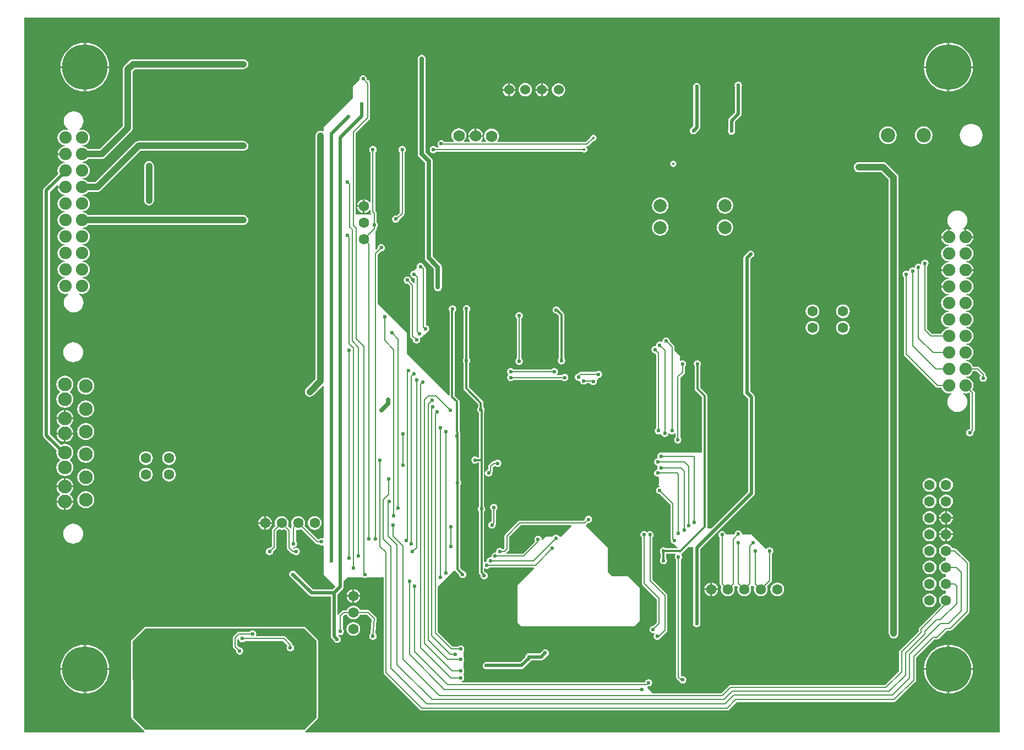
<source format=gbl>
G04 Layer_Physical_Order=2*
G04 Layer_Color=16711680*
%FSLAX44Y44*%
%MOMM*%
G71*
G01*
G75*
%ADD10C,0.2000*%
%ADD53C,0.3000*%
%ADD54C,0.5000*%
%ADD56C,1.0000*%
%ADD58C,0.7000*%
%ADD61C,1.6000*%
%ADD62C,1.5240*%
%ADD63C,1.7780*%
%ADD64C,2.2000*%
%ADD65C,1.9000*%
%ADD66C,7.0000*%
%ADD67C,2.1000*%
%ADD68C,2.0000*%
%ADD69C,0.6000*%
%ADD70C,0.4500*%
G36*
X704000Y1291000D02*
Y1172190D01*
X685400Y1153590D01*
X441000D01*
X422000Y1172590D01*
X421911Y1290500D01*
X422410Y1291000D01*
X441000Y1309590D01*
X685410D01*
X704000Y1291000D01*
D02*
G37*
G36*
X1755000Y1150000D02*
X687317D01*
X687172Y1150207D01*
X687231Y1151758D01*
X705831Y1170359D01*
X706393Y1171199D01*
X706590Y1172190D01*
Y1291000D01*
X706393Y1291991D01*
X705831Y1292831D01*
X687242Y1311421D01*
X686401Y1311982D01*
X685410Y1312180D01*
X441000D01*
X440009Y1311982D01*
X439169Y1311421D01*
X420579Y1292831D01*
X420579Y1292831D01*
X420578Y1292831D01*
X420079Y1292330D01*
X420078Y1292330D01*
X420078Y1292330D01*
X419784Y1291889D01*
X419518Y1291490D01*
X419518Y1291490D01*
X419517Y1291489D01*
X419418Y1290990D01*
X419321Y1290499D01*
X419321Y1290499D01*
X419321Y1290498D01*
X419410Y1172588D01*
X419507Y1172101D01*
X419607Y1171599D01*
X419608Y1171598D01*
X419608Y1171597D01*
X419883Y1171187D01*
X420169Y1170759D01*
X439169Y1151758D01*
X439228Y1150207D01*
X439083Y1150000D01*
X255000D01*
Y2250000D01*
X1755000D01*
Y1150000D01*
D02*
G37*
%LPC*%
G36*
X606000Y1306649D02*
X603838Y1306219D01*
X602006Y1304994D01*
X601749Y1304609D01*
X585000D01*
X583619Y1304335D01*
X582448Y1303552D01*
X576448Y1297552D01*
X575665Y1296381D01*
X575391Y1295000D01*
Y1282000D01*
X575665Y1280619D01*
X576448Y1279448D01*
X580442Y1275454D01*
X580351Y1275000D01*
X580781Y1272838D01*
X582006Y1271006D01*
X583838Y1269781D01*
X586000Y1269352D01*
X588162Y1269781D01*
X589994Y1271006D01*
X591219Y1272838D01*
X591648Y1275000D01*
X591219Y1277162D01*
X589994Y1278994D01*
X588162Y1280219D01*
X586000Y1280648D01*
X585546Y1280558D01*
X582609Y1283495D01*
Y1292965D01*
X583224Y1293431D01*
X584568Y1292909D01*
X584781Y1291838D01*
X586006Y1290006D01*
X587838Y1288781D01*
X590000Y1288351D01*
X592162Y1288781D01*
X593994Y1290006D01*
X594251Y1290391D01*
X652505D01*
X659564Y1283332D01*
X658781Y1282162D01*
X658352Y1280000D01*
X658781Y1277838D01*
X660006Y1276006D01*
X661838Y1274781D01*
X664000Y1274352D01*
X666162Y1274781D01*
X667994Y1276006D01*
X669219Y1277838D01*
X669649Y1280000D01*
X669219Y1282162D01*
X667994Y1283994D01*
X667552Y1284290D01*
X667335Y1285381D01*
X666552Y1286552D01*
X656552Y1296552D01*
X655381Y1297335D01*
X654000Y1297609D01*
X611891D01*
X611196Y1298652D01*
X611227Y1298879D01*
X611648Y1301000D01*
X611219Y1303162D01*
X609994Y1304994D01*
X608162Y1306219D01*
X606000Y1306649D01*
D02*
G37*
G36*
X1682864Y1478730D02*
X1673670D01*
Y1469536D01*
X1675152Y1469731D01*
X1677715Y1470793D01*
X1679917Y1472483D01*
X1681607Y1474685D01*
X1682669Y1477249D01*
X1682864Y1478730D01*
D02*
G37*
G36*
X1671130D02*
X1661936D01*
X1662131Y1477249D01*
X1663193Y1474685D01*
X1664883Y1472483D01*
X1667085Y1470793D01*
X1669648Y1469731D01*
X1671130Y1469536D01*
Y1478730D01*
D02*
G37*
G36*
X1647000Y1490631D02*
X1644249Y1490269D01*
X1641685Y1489207D01*
X1639483Y1487517D01*
X1637793Y1485316D01*
X1636731Y1482751D01*
X1636369Y1480000D01*
X1636731Y1477249D01*
X1637793Y1474685D01*
X1639483Y1472483D01*
X1641685Y1470793D01*
X1644249Y1469731D01*
X1647000Y1469369D01*
X1649751Y1469731D01*
X1652316Y1470793D01*
X1654517Y1472483D01*
X1656207Y1474685D01*
X1657269Y1477249D01*
X1657631Y1480000D01*
X1657269Y1482751D01*
X1656207Y1485316D01*
X1654517Y1487517D01*
X1652316Y1489207D01*
X1649751Y1490269D01*
X1647000Y1490631D01*
D02*
G37*
G36*
X623930Y1482464D02*
X622449Y1482269D01*
X619884Y1481207D01*
X617683Y1479517D01*
X615993Y1477316D01*
X614931Y1474751D01*
X614736Y1473270D01*
X623930D01*
Y1482464D01*
D02*
G37*
G36*
X1673670Y1490464D02*
Y1481270D01*
X1682864D01*
X1682669Y1482751D01*
X1681607Y1485316D01*
X1679917Y1487517D01*
X1677715Y1489207D01*
X1675152Y1490269D01*
X1673670Y1490464D01*
D02*
G37*
G36*
X1671130Y1490464D02*
X1669648Y1490269D01*
X1667085Y1489207D01*
X1664883Y1487517D01*
X1663193Y1485316D01*
X1662131Y1482751D01*
X1661936Y1481270D01*
X1671130D01*
Y1490464D01*
D02*
G37*
G36*
X626470Y1482464D02*
Y1473270D01*
X635664D01*
X635469Y1474751D01*
X634407Y1477316D01*
X632717Y1479517D01*
X630516Y1481207D01*
X627952Y1482269D01*
X626470Y1482464D01*
D02*
G37*
G36*
X1372000Y1891649D02*
X1369838Y1891219D01*
X1368006Y1889994D01*
X1366781Y1888162D01*
X1366753Y1888021D01*
X1362366Y1883634D01*
X1361252Y1881967D01*
X1360861Y1880000D01*
Y1798281D01*
X1360782Y1798162D01*
X1360352Y1796000D01*
X1360782Y1793838D01*
X1360861Y1793719D01*
Y1675281D01*
X1360782Y1675162D01*
X1360352Y1673000D01*
X1360782Y1670838D01*
X1362006Y1669006D01*
X1363838Y1667781D01*
X1363979Y1667753D01*
X1367861Y1663871D01*
Y1520281D01*
X1367781Y1520162D01*
X1367753Y1520021D01*
X1311733Y1464000D01*
X1305934D01*
X1304974Y1465270D01*
X1305119Y1466000D01*
Y1668000D01*
X1304806Y1669576D01*
X1303913Y1670913D01*
X1294119Y1680706D01*
Y1713193D01*
X1295219Y1714838D01*
X1295648Y1717000D01*
X1295219Y1719162D01*
X1293994Y1720994D01*
X1292162Y1722219D01*
X1290000Y1722648D01*
X1287838Y1722219D01*
X1286006Y1720994D01*
X1284781Y1719162D01*
X1284352Y1717000D01*
X1284781Y1714838D01*
X1285881Y1713193D01*
Y1679000D01*
X1286194Y1677424D01*
X1287087Y1676087D01*
X1296881Y1666294D01*
Y1580219D01*
X1236162D01*
X1234000Y1580648D01*
X1231838Y1580219D01*
X1230006Y1578994D01*
X1228781Y1577162D01*
X1228352Y1575000D01*
X1228781Y1572838D01*
X1228161Y1571482D01*
X1226838Y1571219D01*
X1225006Y1569994D01*
X1223781Y1568162D01*
X1223352Y1566000D01*
X1223781Y1563838D01*
X1225006Y1562006D01*
X1226838Y1560781D01*
X1228161Y1560518D01*
X1228781Y1559162D01*
X1228352Y1557000D01*
X1228593Y1555784D01*
X1228781Y1554838D01*
X1227672Y1554404D01*
X1226738Y1554219D01*
X1224906Y1552994D01*
X1223681Y1551162D01*
X1223251Y1549000D01*
X1223681Y1546838D01*
X1224906Y1545006D01*
X1226738Y1543781D01*
X1228900Y1543351D01*
X1230018Y1543574D01*
X1231000Y1542768D01*
Y1532000D01*
X1230000Y1531000D01*
X1232194Y1528806D01*
X1231629Y1527575D01*
X1229838Y1527219D01*
X1228006Y1525994D01*
X1226781Y1524162D01*
X1226351Y1522000D01*
X1226781Y1519838D01*
X1228006Y1518006D01*
X1229838Y1516781D01*
X1232000Y1516351D01*
X1232454Y1516442D01*
X1248391Y1500505D01*
Y1448000D01*
X1248665Y1446619D01*
X1249442Y1445456D01*
X1249352Y1445000D01*
X1249781Y1442838D01*
X1251006Y1441006D01*
X1252838Y1439781D01*
X1254561Y1439439D01*
X1259707Y1434292D01*
X1259221Y1433119D01*
X1241807D01*
X1240162Y1434219D01*
X1238000Y1434648D01*
X1235838Y1434219D01*
X1234006Y1432994D01*
X1232781Y1431162D01*
X1232352Y1429000D01*
X1232781Y1426838D01*
X1233881Y1425193D01*
Y1417807D01*
X1232781Y1416162D01*
X1232352Y1414000D01*
X1232781Y1411838D01*
X1234006Y1410006D01*
X1235838Y1408781D01*
X1238000Y1408351D01*
X1240162Y1408781D01*
X1241994Y1410006D01*
X1243219Y1411838D01*
X1243649Y1414000D01*
X1243219Y1416162D01*
X1242119Y1417807D01*
Y1424881D01*
X1256221D01*
X1256750Y1423611D01*
X1255781Y1422162D01*
X1255351Y1420000D01*
X1255781Y1417838D01*
X1257006Y1416006D01*
X1257391Y1415749D01*
Y1234000D01*
X1257665Y1232619D01*
X1258448Y1231448D01*
X1261948Y1227948D01*
X1263022Y1227230D01*
X1263506Y1226506D01*
X1265338Y1225281D01*
X1267500Y1224852D01*
X1269662Y1225281D01*
X1271494Y1226506D01*
X1272719Y1228338D01*
X1273148Y1230500D01*
X1272719Y1232662D01*
X1271494Y1234494D01*
X1269662Y1235719D01*
X1267500Y1236149D01*
X1265879Y1235826D01*
X1264758Y1236547D01*
X1264609Y1236759D01*
Y1415749D01*
X1264994Y1416006D01*
X1266218Y1417838D01*
X1266648Y1420000D01*
X1266218Y1422162D01*
X1265348Y1423465D01*
X1265168Y1424280D01*
X1265654Y1425081D01*
X1266413Y1425587D01*
X1275825Y1435000D01*
X1283059D01*
X1283865Y1434018D01*
X1283861Y1434000D01*
Y1319281D01*
X1283781Y1319162D01*
X1283351Y1317000D01*
X1283781Y1314838D01*
X1285006Y1313006D01*
X1286838Y1311781D01*
X1289000Y1311351D01*
X1291162Y1311781D01*
X1292994Y1313006D01*
X1294218Y1314838D01*
X1294648Y1317000D01*
X1294218Y1319162D01*
X1294139Y1319281D01*
Y1431871D01*
X1375021Y1512753D01*
X1375162Y1512782D01*
X1376994Y1514006D01*
X1378219Y1515838D01*
X1378649Y1518000D01*
X1378219Y1520162D01*
X1378139Y1520281D01*
Y1666000D01*
X1377748Y1667966D01*
X1376634Y1669634D01*
X1371247Y1675021D01*
X1371219Y1675162D01*
X1371139Y1675281D01*
Y1793719D01*
X1371219Y1793838D01*
X1371649Y1796000D01*
X1371219Y1798162D01*
X1371139Y1798281D01*
Y1877872D01*
X1374021Y1880753D01*
X1374162Y1880782D01*
X1375994Y1882006D01*
X1377219Y1883838D01*
X1377648Y1886000D01*
X1377219Y1888162D01*
X1375994Y1889994D01*
X1374162Y1891219D01*
X1372000Y1891649D01*
D02*
G37*
G36*
X1217000Y1459648D02*
X1214838Y1459218D01*
X1213006Y1457994D01*
X1211994D01*
X1210162Y1459218D01*
X1208000Y1459648D01*
X1205838Y1459218D01*
X1204006Y1457994D01*
X1202781Y1456162D01*
X1202352Y1454000D01*
X1202781Y1451838D01*
X1204006Y1450006D01*
X1204391Y1449749D01*
Y1379272D01*
X1204665Y1377891D01*
X1205448Y1376720D01*
X1227391Y1354777D01*
Y1318495D01*
X1222454Y1313558D01*
X1222000Y1313649D01*
X1219838Y1313219D01*
X1218006Y1311994D01*
X1216781Y1310162D01*
X1216351Y1308000D01*
X1216781Y1305838D01*
X1218006Y1304006D01*
X1219838Y1302781D01*
X1222000Y1302352D01*
X1223661Y1302682D01*
X1224150Y1301956D01*
X1224291Y1301512D01*
X1223145Y1299798D01*
X1222715Y1297636D01*
X1223145Y1295474D01*
X1224370Y1293642D01*
X1226202Y1292417D01*
X1228364Y1291987D01*
X1230526Y1292417D01*
X1232358Y1293642D01*
X1233316Y1295075D01*
X1233329Y1295084D01*
X1242552Y1304307D01*
X1243335Y1305478D01*
X1243609Y1306859D01*
Y1360000D01*
X1243335Y1361381D01*
X1242552Y1362552D01*
X1220609Y1384495D01*
Y1449749D01*
X1220994Y1450006D01*
X1222219Y1451838D01*
X1222648Y1454000D01*
X1222219Y1456162D01*
X1220994Y1457994D01*
X1219162Y1459218D01*
X1217000Y1459648D01*
D02*
G37*
G36*
X1673670Y1465064D02*
Y1455870D01*
X1682864D01*
X1682669Y1457352D01*
X1681607Y1459915D01*
X1679917Y1462117D01*
X1677715Y1463807D01*
X1675152Y1464869D01*
X1673670Y1465064D01*
D02*
G37*
G36*
X1671130Y1465064D02*
X1669648Y1464869D01*
X1667085Y1463807D01*
X1664883Y1462117D01*
X1663193Y1459915D01*
X1662131Y1457352D01*
X1661936Y1455870D01*
X1671130D01*
Y1465064D01*
D02*
G37*
G36*
X701400Y1482631D02*
X698649Y1482269D01*
X696085Y1481207D01*
X693883Y1479517D01*
X692193Y1477316D01*
X691131Y1474751D01*
X690769Y1472000D01*
X691131Y1469249D01*
X692193Y1466685D01*
X693883Y1464483D01*
X696085Y1462793D01*
X698649Y1461731D01*
X701400Y1461369D01*
X704152Y1461731D01*
X706715Y1462793D01*
X708917Y1464483D01*
X710607Y1466685D01*
X711669Y1469249D01*
X712031Y1472000D01*
X711669Y1474751D01*
X710607Y1477316D01*
X708917Y1479517D01*
X706715Y1481207D01*
X704152Y1482269D01*
X701400Y1482631D01*
D02*
G37*
G36*
X977000Y1501649D02*
X974838Y1501219D01*
X973006Y1499994D01*
X971781Y1498162D01*
X971351Y1496000D01*
X971781Y1493838D01*
X973006Y1492006D01*
X973391Y1491749D01*
Y1474527D01*
X971838Y1474219D01*
X970006Y1472994D01*
X968782Y1471162D01*
X968352Y1469000D01*
X968782Y1466838D01*
X970006Y1465006D01*
X971838Y1463781D01*
X974000Y1463351D01*
X976162Y1463781D01*
X977994Y1465006D01*
X979219Y1466838D01*
X979649Y1469000D01*
X979558Y1469456D01*
X980335Y1470619D01*
X980609Y1472000D01*
Y1491749D01*
X980994Y1492006D01*
X982219Y1493838D01*
X982648Y1496000D01*
X982219Y1498162D01*
X980994Y1499994D01*
X979162Y1501219D01*
X977000Y1501649D01*
D02*
G37*
G36*
X623930Y1470730D02*
X614736D01*
X614931Y1469249D01*
X615993Y1466685D01*
X617683Y1464483D01*
X619884Y1462793D01*
X622449Y1461731D01*
X623930Y1461536D01*
Y1470730D01*
D02*
G37*
G36*
X635664D02*
X626470D01*
Y1461536D01*
X627952Y1461731D01*
X630516Y1462793D01*
X632717Y1464483D01*
X634407Y1466685D01*
X635469Y1469249D01*
X635664Y1470730D01*
D02*
G37*
G36*
X349300Y1555952D02*
X345896Y1555504D01*
X342724Y1554190D01*
X340000Y1552100D01*
X337910Y1549376D01*
X336596Y1546204D01*
X336147Y1542800D01*
X336596Y1539396D01*
X337910Y1536224D01*
X340000Y1533500D01*
X342724Y1531410D01*
X345896Y1530096D01*
X349300Y1529648D01*
X352704Y1530096D01*
X355876Y1531410D01*
X358600Y1533500D01*
X360690Y1536224D01*
X362004Y1539396D01*
X362453Y1542800D01*
X362004Y1546204D01*
X360690Y1549376D01*
X358600Y1552100D01*
X355876Y1554190D01*
X352704Y1555504D01*
X349300Y1555952D01*
D02*
G37*
G36*
X318570Y1541035D02*
Y1529320D01*
X330285D01*
X330004Y1531454D01*
X328690Y1534626D01*
X326600Y1537350D01*
X323876Y1539440D01*
X320704Y1540754D01*
X318570Y1541035D01*
D02*
G37*
G36*
X316030Y1541035D02*
X313896Y1540754D01*
X310724Y1539440D01*
X308000Y1537350D01*
X305910Y1534626D01*
X304596Y1531454D01*
X304315Y1529320D01*
X316030D01*
Y1541035D01*
D02*
G37*
G36*
X442000Y1557231D02*
X439249Y1556869D01*
X436684Y1555807D01*
X434483Y1554117D01*
X432793Y1551915D01*
X431731Y1549352D01*
X431369Y1546600D01*
X431731Y1543849D01*
X432793Y1541284D01*
X434483Y1539083D01*
X436684Y1537393D01*
X439249Y1536331D01*
X442000Y1535969D01*
X444752Y1536331D01*
X447315Y1537393D01*
X449517Y1539083D01*
X451207Y1541284D01*
X452269Y1543849D01*
X452631Y1546600D01*
X452269Y1549352D01*
X451207Y1551915D01*
X449517Y1554117D01*
X447315Y1555807D01*
X444752Y1556869D01*
X442000Y1557231D01*
D02*
G37*
G36*
X477600Y1582631D02*
X474848Y1582269D01*
X472284Y1581207D01*
X470083Y1579517D01*
X468393Y1577316D01*
X467331Y1574751D01*
X466969Y1572000D01*
X467331Y1569249D01*
X468393Y1566685D01*
X470083Y1564483D01*
X472284Y1562793D01*
X474848Y1561731D01*
X477600Y1561369D01*
X480351Y1561731D01*
X482915Y1562793D01*
X485117Y1564483D01*
X486807Y1566685D01*
X487869Y1569249D01*
X488231Y1572000D01*
X487869Y1574751D01*
X486807Y1577316D01*
X485117Y1579517D01*
X482915Y1581207D01*
X480351Y1582269D01*
X477600Y1582631D01*
D02*
G37*
G36*
X442000Y1582631D02*
X439249Y1582269D01*
X436684Y1581207D01*
X434483Y1579517D01*
X432793Y1577316D01*
X431731Y1574751D01*
X431369Y1572000D01*
X431731Y1569249D01*
X432793Y1566685D01*
X434483Y1564483D01*
X436684Y1562793D01*
X439249Y1561731D01*
X442000Y1561369D01*
X444752Y1561731D01*
X447315Y1562793D01*
X449517Y1564483D01*
X451207Y1566685D01*
X452269Y1569249D01*
X452631Y1572000D01*
X452269Y1574751D01*
X451207Y1577316D01*
X449517Y1579517D01*
X447315Y1581207D01*
X444752Y1582269D01*
X442000Y1582631D01*
D02*
G37*
G36*
X477600Y1557231D02*
X474848Y1556869D01*
X472284Y1555807D01*
X470083Y1554117D01*
X468393Y1551915D01*
X467331Y1549352D01*
X466969Y1546600D01*
X467331Y1543849D01*
X468393Y1541285D01*
X470083Y1539083D01*
X472284Y1537393D01*
X474848Y1536331D01*
X477600Y1535969D01*
X480351Y1536331D01*
X482915Y1537393D01*
X485117Y1539083D01*
X486807Y1541285D01*
X487869Y1543849D01*
X488231Y1546600D01*
X487869Y1549352D01*
X486807Y1551915D01*
X485117Y1554117D01*
X482915Y1555807D01*
X480351Y1556869D01*
X477600Y1557231D01*
D02*
G37*
G36*
X1672400Y1541431D02*
X1669648Y1541069D01*
X1667085Y1540007D01*
X1664883Y1538317D01*
X1663193Y1536116D01*
X1662131Y1533551D01*
X1661769Y1530800D01*
X1662131Y1528049D01*
X1663193Y1525485D01*
X1664883Y1523283D01*
X1667085Y1521593D01*
X1669648Y1520531D01*
X1672400Y1520169D01*
X1675152Y1520531D01*
X1677715Y1521593D01*
X1679917Y1523283D01*
X1681607Y1525485D01*
X1682669Y1528049D01*
X1683031Y1530800D01*
X1682669Y1533551D01*
X1681607Y1536116D01*
X1679917Y1538317D01*
X1677715Y1540007D01*
X1675152Y1541069D01*
X1672400Y1541431D01*
D02*
G37*
G36*
X349300Y1520952D02*
X345896Y1520504D01*
X342724Y1519190D01*
X340000Y1517100D01*
X337910Y1514376D01*
X336596Y1511204D01*
X336147Y1507800D01*
X336596Y1504396D01*
X337910Y1501224D01*
X340000Y1498500D01*
X342724Y1496410D01*
X345896Y1495096D01*
X349300Y1494648D01*
X352704Y1495096D01*
X355876Y1496410D01*
X358600Y1498500D01*
X360690Y1501224D01*
X362004Y1504396D01*
X362453Y1507800D01*
X362004Y1511204D01*
X360690Y1514376D01*
X358600Y1517100D01*
X355876Y1519190D01*
X352704Y1520504D01*
X349300Y1520952D01*
D02*
G37*
G36*
X330285Y1503780D02*
X318570D01*
Y1492065D01*
X320704Y1492346D01*
X323876Y1493660D01*
X326600Y1495750D01*
X328690Y1498474D01*
X330004Y1501646D01*
X330285Y1503780D01*
D02*
G37*
G36*
X316030D02*
X304315D01*
X304596Y1501646D01*
X305910Y1498474D01*
X308000Y1495750D01*
X310724Y1493660D01*
X313896Y1492346D01*
X316030Y1492065D01*
Y1503780D01*
D02*
G37*
G36*
X1647000Y1516031D02*
X1644249Y1515669D01*
X1641685Y1514607D01*
X1639483Y1512917D01*
X1637793Y1510715D01*
X1636731Y1508152D01*
X1636369Y1505400D01*
X1636731Y1502648D01*
X1637793Y1500085D01*
X1639483Y1497883D01*
X1641685Y1496193D01*
X1644249Y1495131D01*
X1647000Y1494769D01*
X1649751Y1495131D01*
X1652316Y1496193D01*
X1654517Y1497883D01*
X1656207Y1500085D01*
X1657269Y1502648D01*
X1657631Y1505400D01*
X1657269Y1508152D01*
X1656207Y1510715D01*
X1654517Y1512917D01*
X1652316Y1514607D01*
X1649751Y1515669D01*
X1647000Y1516031D01*
D02*
G37*
G36*
Y1541431D02*
X1644249Y1541069D01*
X1641685Y1540007D01*
X1639483Y1538317D01*
X1637793Y1536116D01*
X1636731Y1533551D01*
X1636369Y1530800D01*
X1636731Y1528049D01*
X1637793Y1525485D01*
X1639483Y1523283D01*
X1641685Y1521593D01*
X1644249Y1520531D01*
X1647000Y1520169D01*
X1649751Y1520531D01*
X1652316Y1521593D01*
X1654517Y1523283D01*
X1656207Y1525485D01*
X1657269Y1528049D01*
X1657631Y1530800D01*
X1657269Y1533551D01*
X1656207Y1536116D01*
X1654517Y1538317D01*
X1652316Y1540007D01*
X1649751Y1541069D01*
X1647000Y1541431D01*
D02*
G37*
G36*
X330285Y1526780D02*
X317300D01*
X304315D01*
X304596Y1524646D01*
X305910Y1521474D01*
X308000Y1518750D01*
X309823Y1517350D01*
Y1515750D01*
X308000Y1514350D01*
X305910Y1511626D01*
X304596Y1508454D01*
X304315Y1506320D01*
X317300D01*
X330285D01*
X330004Y1508454D01*
X328690Y1511626D01*
X326600Y1514350D01*
X324777Y1515750D01*
Y1517350D01*
X326600Y1518750D01*
X328690Y1521474D01*
X330004Y1524646D01*
X330285Y1526780D01*
D02*
G37*
G36*
X1672400Y1516031D02*
X1669648Y1515669D01*
X1667085Y1514607D01*
X1664883Y1512917D01*
X1663193Y1510715D01*
X1662131Y1508152D01*
X1661769Y1505400D01*
X1662131Y1502648D01*
X1663193Y1500085D01*
X1664883Y1497883D01*
X1667085Y1496193D01*
X1669648Y1495131D01*
X1672400Y1494769D01*
X1675152Y1495131D01*
X1677715Y1496193D01*
X1679917Y1497883D01*
X1681607Y1500085D01*
X1682669Y1502648D01*
X1683031Y1505400D01*
X1682669Y1508152D01*
X1681607Y1510715D01*
X1679917Y1512917D01*
X1677715Y1514607D01*
X1675152Y1515669D01*
X1672400Y1516031D01*
D02*
G37*
G36*
X1575900Y2027605D02*
X1538000D01*
X1536032Y2027346D01*
X1534198Y2026586D01*
X1532622Y2025378D01*
X1531414Y2023802D01*
X1530654Y2021968D01*
X1530395Y2020000D01*
X1530654Y2018032D01*
X1531414Y2016198D01*
X1532622Y2014622D01*
X1534198Y2013414D01*
X1536032Y2012654D01*
X1538000Y2012395D01*
X1572750D01*
X1584395Y2000750D01*
Y1302000D01*
X1584654Y1300032D01*
X1585414Y1298197D01*
X1586622Y1296622D01*
X1588197Y1295414D01*
X1590032Y1294654D01*
X1592000Y1294395D01*
X1593968Y1294654D01*
X1595802Y1295414D01*
X1597378Y1296622D01*
X1598586Y1298197D01*
X1599346Y1300032D01*
X1599605Y1302000D01*
Y2003900D01*
X1599346Y2005868D01*
X1598901Y2006943D01*
X1598586Y2007703D01*
X1597378Y2009278D01*
X1581278Y2025378D01*
X1579703Y2026586D01*
X1577868Y2027346D01*
X1575900Y2027605D01*
D02*
G37*
G36*
X1056000Y1277648D02*
X1053838Y1277219D01*
X1052006Y1275994D01*
X1050781Y1274162D01*
X1050753Y1274021D01*
X1047871Y1271139D01*
X1033281D01*
X1033162Y1271219D01*
X1031000Y1271648D01*
X1028838Y1271219D01*
X1027006Y1269994D01*
X1025781Y1268162D01*
X1025351Y1266000D01*
X1025415Y1265682D01*
X1017372Y1257639D01*
X967781D01*
X967662Y1257719D01*
X965500Y1258148D01*
X963338Y1257719D01*
X961506Y1256494D01*
X960281Y1254662D01*
X959852Y1252500D01*
X960281Y1250338D01*
X961506Y1248506D01*
X963338Y1247281D01*
X965500Y1246852D01*
X967662Y1247281D01*
X967781Y1247361D01*
X1019500D01*
X1021467Y1247752D01*
X1023134Y1248866D01*
X1034634Y1260366D01*
X1034964Y1260861D01*
X1050000D01*
X1051966Y1261252D01*
X1053634Y1262366D01*
X1058021Y1266753D01*
X1058162Y1266781D01*
X1059994Y1268006D01*
X1061219Y1269838D01*
X1061648Y1272000D01*
X1061219Y1274162D01*
X1059994Y1275994D01*
X1058162Y1277219D01*
X1056000Y1277648D01*
D02*
G37*
G36*
X761000Y1319631D02*
X758249Y1319269D01*
X755685Y1318207D01*
X753483Y1316517D01*
X751793Y1314315D01*
X750731Y1311752D01*
X750369Y1309000D01*
X750731Y1306248D01*
X751793Y1303685D01*
X753483Y1301483D01*
X755685Y1299793D01*
X758249Y1298731D01*
X761000Y1298369D01*
X763752Y1298731D01*
X766316Y1299793D01*
X768517Y1301483D01*
X770207Y1303685D01*
X771269Y1306248D01*
X771631Y1309000D01*
X771269Y1311752D01*
X770207Y1314315D01*
X768517Y1316517D01*
X766316Y1318207D01*
X763752Y1319269D01*
X761000Y1319631D01*
D02*
G37*
G36*
X759730Y1358530D02*
X750536D01*
X750731Y1357048D01*
X751793Y1354485D01*
X753483Y1352283D01*
X755685Y1350593D01*
X758249Y1349531D01*
X759730Y1349336D01*
Y1358530D01*
D02*
G37*
G36*
X771464D02*
X762270D01*
Y1349336D01*
X763752Y1349531D01*
X766316Y1350593D01*
X768517Y1352283D01*
X770207Y1354485D01*
X771269Y1357048D01*
X771464Y1358530D01*
D02*
G37*
G36*
X1647000Y1363631D02*
X1644249Y1363269D01*
X1641685Y1362207D01*
X1639483Y1360517D01*
X1637793Y1358315D01*
X1636731Y1355751D01*
X1636369Y1353000D01*
X1636731Y1350249D01*
X1637793Y1347685D01*
X1639483Y1345483D01*
X1641685Y1343793D01*
X1644249Y1342731D01*
X1647000Y1342369D01*
X1649751Y1342731D01*
X1652316Y1343793D01*
X1654517Y1345483D01*
X1656207Y1347685D01*
X1657269Y1350249D01*
X1657631Y1353000D01*
X1657269Y1355751D01*
X1656207Y1358315D01*
X1654517Y1360517D01*
X1652316Y1362207D01*
X1649751Y1363269D01*
X1647000Y1363631D01*
D02*
G37*
G36*
X1677270Y1284556D02*
Y1248270D01*
X1713556D01*
X1713192Y1252891D01*
X1711813Y1258636D01*
X1709552Y1264096D01*
X1706464Y1269134D01*
X1702627Y1273627D01*
X1698134Y1277464D01*
X1693096Y1280552D01*
X1687636Y1282813D01*
X1681891Y1284193D01*
X1677270Y1284556D01*
D02*
G37*
G36*
X1674730Y1245730D02*
X1638444D01*
X1638808Y1241109D01*
X1640187Y1235364D01*
X1642448Y1229904D01*
X1645536Y1224866D01*
X1649373Y1220373D01*
X1653866Y1216536D01*
X1658905Y1213448D01*
X1664364Y1211187D01*
X1670109Y1209808D01*
X1674730Y1209444D01*
Y1245730D01*
D02*
G37*
G36*
X385556D02*
X349270D01*
Y1209444D01*
X353891Y1209808D01*
X359636Y1211187D01*
X365095Y1213448D01*
X370134Y1216536D01*
X374627Y1220373D01*
X378464Y1224866D01*
X381552Y1229904D01*
X383813Y1235364D01*
X385192Y1241109D01*
X385556Y1245730D01*
D02*
G37*
G36*
X346730D02*
X310444D01*
X310807Y1241109D01*
X312187Y1235364D01*
X314448Y1229904D01*
X317536Y1224866D01*
X321373Y1220373D01*
X325866Y1216536D01*
X330905Y1213448D01*
X336364Y1211187D01*
X342109Y1209808D01*
X346730Y1209444D01*
Y1245730D01*
D02*
G37*
G36*
X1713556D02*
X1677270D01*
Y1209444D01*
X1681891Y1209808D01*
X1687636Y1211187D01*
X1693096Y1213448D01*
X1698134Y1216536D01*
X1702627Y1220373D01*
X1706464Y1224866D01*
X1709552Y1229904D01*
X1711813Y1235364D01*
X1713192Y1241109D01*
X1713556Y1245730D01*
D02*
G37*
G36*
X1674730Y1284556D02*
X1670109Y1284193D01*
X1664364Y1282813D01*
X1658905Y1280552D01*
X1653866Y1277464D01*
X1649373Y1273627D01*
X1645536Y1269134D01*
X1642448Y1264096D01*
X1640187Y1258636D01*
X1638808Y1252891D01*
X1638444Y1248270D01*
X1674730D01*
Y1284556D01*
D02*
G37*
G36*
X349270D02*
Y1248270D01*
X385556D01*
X385192Y1252891D01*
X383813Y1258636D01*
X381552Y1264096D01*
X378464Y1269134D01*
X374627Y1273627D01*
X370134Y1277464D01*
X365095Y1280552D01*
X359636Y1282813D01*
X353891Y1284193D01*
X349270Y1284556D01*
D02*
G37*
G36*
X346730D02*
X342109Y1284193D01*
X336364Y1282813D01*
X330905Y1280552D01*
X325866Y1277464D01*
X321373Y1273627D01*
X317536Y1269134D01*
X314448Y1264096D01*
X312187Y1258636D01*
X310807Y1252891D01*
X310444Y1248270D01*
X346730D01*
Y1284556D01*
D02*
G37*
G36*
X330000Y1470914D02*
X327012Y1470620D01*
X324140Y1469748D01*
X321492Y1468333D01*
X319172Y1466429D01*
X317267Y1464108D01*
X315852Y1461460D01*
X314981Y1458588D01*
X314686Y1455600D01*
X314981Y1452612D01*
X315852Y1449740D01*
X317267Y1447092D01*
X319172Y1444772D01*
X321492Y1442867D01*
X324140Y1441452D01*
X327012Y1440580D01*
X330000Y1440286D01*
X332988Y1440580D01*
X335860Y1441452D01*
X338508Y1442867D01*
X340829Y1444772D01*
X342733Y1447092D01*
X344148Y1449740D01*
X345019Y1452612D01*
X345314Y1455600D01*
X345019Y1458588D01*
X344148Y1461460D01*
X342733Y1464108D01*
X340829Y1466429D01*
X338508Y1468333D01*
X335860Y1469748D01*
X332988Y1470620D01*
X330000Y1470914D01*
D02*
G37*
G36*
X1647000Y1439831D02*
X1644249Y1439469D01*
X1641685Y1438407D01*
X1639483Y1436717D01*
X1637793Y1434516D01*
X1636731Y1431951D01*
X1636369Y1429200D01*
X1636731Y1426449D01*
X1637793Y1423885D01*
X1639483Y1421683D01*
X1641685Y1419993D01*
X1644249Y1418931D01*
X1647000Y1418569D01*
X1649751Y1418931D01*
X1652316Y1419993D01*
X1654517Y1421683D01*
X1656207Y1423885D01*
X1657269Y1426449D01*
X1657631Y1429200D01*
X1657269Y1431951D01*
X1656207Y1434516D01*
X1654517Y1436717D01*
X1652316Y1438407D01*
X1649751Y1439469D01*
X1647000Y1439831D01*
D02*
G37*
G36*
Y1414431D02*
X1644249Y1414069D01*
X1641685Y1413007D01*
X1639483Y1411317D01*
X1637793Y1409115D01*
X1636731Y1406552D01*
X1636369Y1403800D01*
X1636731Y1401048D01*
X1637793Y1398485D01*
X1639483Y1396283D01*
X1641685Y1394593D01*
X1644249Y1393531D01*
X1647000Y1393169D01*
X1649751Y1393531D01*
X1652316Y1394593D01*
X1654517Y1396283D01*
X1656207Y1398485D01*
X1657269Y1401048D01*
X1657631Y1403800D01*
X1657269Y1406552D01*
X1656207Y1409115D01*
X1654517Y1411317D01*
X1652316Y1413007D01*
X1649751Y1414069D01*
X1647000Y1414431D01*
D02*
G37*
G36*
Y1465231D02*
X1644249Y1464869D01*
X1641685Y1463807D01*
X1639483Y1462117D01*
X1637793Y1459915D01*
X1636731Y1457352D01*
X1636369Y1454600D01*
X1636731Y1451848D01*
X1637793Y1449285D01*
X1639483Y1447083D01*
X1641685Y1445393D01*
X1644249Y1444331D01*
X1647000Y1443969D01*
X1649751Y1444331D01*
X1652316Y1445393D01*
X1654517Y1447083D01*
X1656207Y1449285D01*
X1657269Y1451848D01*
X1657631Y1454600D01*
X1657269Y1457352D01*
X1656207Y1459915D01*
X1654517Y1462117D01*
X1652316Y1463807D01*
X1649751Y1464869D01*
X1647000Y1465231D01*
D02*
G37*
G36*
X1353000Y1460648D02*
X1350838Y1460219D01*
X1349006Y1458994D01*
X1347782Y1457162D01*
X1347352Y1455000D01*
X1346396Y1454000D01*
X1333649D01*
X1333219Y1456162D01*
X1331994Y1457994D01*
X1330162Y1459218D01*
X1328000Y1459648D01*
X1325838Y1459218D01*
X1324006Y1457994D01*
X1322782Y1456162D01*
X1322352Y1454000D01*
X1322782Y1451838D01*
X1324006Y1450006D01*
X1324391Y1449749D01*
Y1378600D01*
X1324665Y1377219D01*
X1325448Y1376048D01*
X1327038Y1374458D01*
X1326331Y1372751D01*
X1325969Y1370000D01*
X1326331Y1367249D01*
X1327393Y1364684D01*
X1329083Y1362483D01*
X1331284Y1360793D01*
X1333849Y1359731D01*
X1336600Y1359369D01*
X1339352Y1359731D01*
X1341915Y1360793D01*
X1344117Y1362483D01*
X1345807Y1364684D01*
X1346869Y1367249D01*
X1347231Y1370000D01*
X1346869Y1372751D01*
X1346599Y1373402D01*
X1347305Y1374458D01*
X1351295D01*
X1352001Y1373402D01*
X1351731Y1372751D01*
X1351369Y1370000D01*
X1351731Y1367249D01*
X1352793Y1364684D01*
X1354483Y1362483D01*
X1356685Y1360793D01*
X1359249Y1359731D01*
X1362000Y1359369D01*
X1364751Y1359731D01*
X1367316Y1360793D01*
X1369517Y1362483D01*
X1371207Y1364684D01*
X1372269Y1367249D01*
X1372631Y1370000D01*
X1372269Y1372751D01*
X1371999Y1373402D01*
X1372705Y1374458D01*
X1376695D01*
X1377401Y1373402D01*
X1377131Y1372751D01*
X1376769Y1370000D01*
X1377131Y1367249D01*
X1378193Y1364684D01*
X1379883Y1362483D01*
X1382085Y1360793D01*
X1384648Y1359731D01*
X1387400Y1359369D01*
X1390152Y1359731D01*
X1392715Y1360793D01*
X1394917Y1362483D01*
X1396607Y1364684D01*
X1397669Y1367249D01*
X1398031Y1370000D01*
X1397669Y1372751D01*
X1396962Y1374458D01*
X1403552Y1381048D01*
X1404335Y1382219D01*
X1404609Y1383600D01*
Y1424749D01*
X1404994Y1425006D01*
X1406219Y1426838D01*
X1406649Y1429000D01*
X1406219Y1431162D01*
X1404994Y1432994D01*
X1403162Y1434219D01*
X1401000Y1434648D01*
X1398838Y1434219D01*
X1397006Y1432994D01*
X1396337Y1431994D01*
X1395074Y1431869D01*
X1372943Y1454000D01*
X1359451D01*
X1358645Y1454982D01*
X1358649Y1455000D01*
X1358219Y1457162D01*
X1356994Y1458994D01*
X1355162Y1460219D01*
X1353000Y1460648D01*
D02*
G37*
G36*
X1682864Y1453330D02*
X1673670D01*
Y1444136D01*
X1675152Y1444331D01*
X1677715Y1445393D01*
X1679917Y1447083D01*
X1681607Y1449285D01*
X1682669Y1451848D01*
X1682864Y1453330D01*
D02*
G37*
G36*
X1671130D02*
X1661936D01*
X1662131Y1451848D01*
X1663193Y1449285D01*
X1664883Y1447083D01*
X1667085Y1445393D01*
X1669648Y1444331D01*
X1671130Y1444136D01*
Y1453330D01*
D02*
G37*
G36*
X1312470Y1380464D02*
Y1371270D01*
X1321664D01*
X1321469Y1372751D01*
X1320407Y1375316D01*
X1318717Y1377517D01*
X1316516Y1379207D01*
X1313952Y1380269D01*
X1312470Y1380464D01*
D02*
G37*
G36*
X1321664Y1368730D02*
X1312470D01*
Y1359536D01*
X1313952Y1359731D01*
X1316516Y1360793D01*
X1318717Y1362483D01*
X1320407Y1364684D01*
X1321469Y1367249D01*
X1321664Y1368730D01*
D02*
G37*
G36*
X1309930D02*
X1300736D01*
X1300931Y1367249D01*
X1301993Y1364684D01*
X1303683Y1362483D01*
X1305885Y1360793D01*
X1308448Y1359731D01*
X1309930Y1359536D01*
Y1368730D01*
D02*
G37*
G36*
X1412800Y1380631D02*
X1410049Y1380269D01*
X1407484Y1379207D01*
X1405283Y1377517D01*
X1403593Y1375316D01*
X1402531Y1372751D01*
X1402169Y1370000D01*
X1402531Y1367249D01*
X1403593Y1364684D01*
X1405283Y1362483D01*
X1407484Y1360793D01*
X1410049Y1359731D01*
X1412800Y1359369D01*
X1415551Y1359731D01*
X1418116Y1360793D01*
X1420317Y1362483D01*
X1422007Y1364684D01*
X1423069Y1367249D01*
X1423431Y1370000D01*
X1423069Y1372751D01*
X1422007Y1375316D01*
X1420317Y1377517D01*
X1418116Y1379207D01*
X1415551Y1380269D01*
X1412800Y1380631D01*
D02*
G37*
G36*
X759730Y1370264D02*
X758249Y1370069D01*
X755685Y1369007D01*
X753483Y1367317D01*
X751793Y1365116D01*
X750731Y1362552D01*
X750536Y1361070D01*
X759730D01*
Y1370264D01*
D02*
G37*
G36*
X1309930Y1380464D02*
X1308448Y1380269D01*
X1305885Y1379207D01*
X1303683Y1377517D01*
X1301993Y1375316D01*
X1300931Y1372751D01*
X1300736Y1371270D01*
X1309930D01*
Y1380464D01*
D02*
G37*
G36*
X1647000Y1389031D02*
X1644249Y1388669D01*
X1641685Y1387607D01*
X1639483Y1385917D01*
X1637793Y1383716D01*
X1636731Y1381151D01*
X1636369Y1378400D01*
X1636731Y1375648D01*
X1637793Y1373085D01*
X1639483Y1370883D01*
X1641685Y1369193D01*
X1644249Y1368131D01*
X1647000Y1367769D01*
X1649751Y1368131D01*
X1652316Y1369193D01*
X1654517Y1370883D01*
X1656207Y1373085D01*
X1657269Y1375648D01*
X1657631Y1378400D01*
X1657269Y1381151D01*
X1656207Y1383716D01*
X1654517Y1385917D01*
X1652316Y1387607D01*
X1649751Y1388669D01*
X1647000Y1389031D01*
D02*
G37*
G36*
X762270Y1370264D02*
Y1361070D01*
X771464D01*
X771269Y1362552D01*
X770207Y1365116D01*
X768517Y1367317D01*
X766316Y1369007D01*
X763752Y1370069D01*
X762270Y1370264D01*
D02*
G37*
G36*
X349300Y1590952D02*
X345896Y1590504D01*
X342724Y1589190D01*
X340000Y1587100D01*
X337910Y1584376D01*
X336596Y1581204D01*
X336147Y1577800D01*
X336596Y1574396D01*
X337910Y1571224D01*
X340000Y1568500D01*
X342724Y1566410D01*
X345896Y1565096D01*
X349300Y1564648D01*
X352704Y1565096D01*
X355876Y1566410D01*
X358600Y1568500D01*
X360690Y1571224D01*
X362004Y1574396D01*
X362453Y1577800D01*
X362004Y1581204D01*
X360690Y1584376D01*
X358600Y1587100D01*
X355876Y1589190D01*
X352704Y1590504D01*
X349300Y1590952D01*
D02*
G37*
G36*
X950270Y2079361D02*
Y2069270D01*
X960361D01*
X960136Y2070984D01*
X958984Y2073764D01*
X957152Y2076152D01*
X954764Y2077984D01*
X951984Y2079136D01*
X950270Y2079361D01*
D02*
G37*
G36*
X947730Y2079361D02*
X946016Y2079136D01*
X943236Y2077984D01*
X940848Y2076152D01*
X939016Y2073764D01*
X937864Y2070984D01*
X937639Y2069270D01*
X947730D01*
Y2079361D01*
D02*
G37*
G36*
X923250Y2080029D02*
X920266Y2079636D01*
X917486Y2078484D01*
X915098Y2076652D01*
X913266Y2074264D01*
X912114Y2071484D01*
X911721Y2068500D01*
X912114Y2065516D01*
X913266Y2062736D01*
X915098Y2060348D01*
X915380Y2060132D01*
X914971Y2058929D01*
X900706D01*
X899994Y2059994D01*
X898162Y2061219D01*
X896000Y2061649D01*
X893838Y2061219D01*
X892006Y2059994D01*
X890781Y2058162D01*
X890351Y2056000D01*
X890781Y2053838D01*
X892006Y2052006D01*
X892195Y2051879D01*
X891810Y2050609D01*
X888251D01*
X887994Y2050994D01*
X886162Y2052219D01*
X884000Y2052648D01*
X881838Y2052219D01*
X880006Y2050994D01*
X878782Y2049162D01*
X878352Y2047000D01*
X878782Y2044838D01*
X880006Y2043006D01*
X881838Y2041781D01*
X884000Y2041351D01*
X886162Y2041781D01*
X887994Y2043006D01*
X888251Y2043391D01*
X1112780D01*
X1114131Y2042488D01*
X1116000Y2042116D01*
X1117869Y2042488D01*
X1119453Y2043547D01*
X1120512Y2045131D01*
X1120884Y2047000D01*
X1120512Y2048869D01*
X1119453Y2050453D01*
X1119858Y2051711D01*
X1120320D01*
X1121701Y2051985D01*
X1122872Y2052768D01*
X1130275Y2060171D01*
X1131869Y2060488D01*
X1133453Y2061547D01*
X1134512Y2063131D01*
X1134884Y2065000D01*
X1134512Y2066869D01*
X1133453Y2068453D01*
X1131869Y2069512D01*
X1130000Y2069884D01*
X1128131Y2069512D01*
X1126547Y2068453D01*
X1125488Y2066869D01*
X1125171Y2065275D01*
X1118825Y2058929D01*
X982740D01*
X982113Y2060199D01*
X983484Y2061986D01*
X984636Y2064766D01*
X985029Y2067750D01*
X984636Y2070734D01*
X983484Y2073514D01*
X981652Y2075902D01*
X979264Y2077734D01*
X976484Y2078886D01*
X973500Y2079279D01*
X970516Y2078886D01*
X967736Y2077734D01*
X965348Y2075902D01*
X963516Y2073514D01*
X962364Y2070734D01*
X961971Y2067750D01*
X962364Y2064766D01*
X963516Y2061986D01*
X964887Y2060199D01*
X964260Y2058929D01*
X957907D01*
X957422Y2060199D01*
X958984Y2062236D01*
X960136Y2065016D01*
X960361Y2066730D01*
X949000D01*
X937639D01*
X937864Y2065016D01*
X939016Y2062236D01*
X940579Y2060199D01*
X940093Y2058929D01*
X931529D01*
X931120Y2060132D01*
X931402Y2060348D01*
X933234Y2062736D01*
X934386Y2065516D01*
X934779Y2068500D01*
X934386Y2071484D01*
X933234Y2074264D01*
X931402Y2076652D01*
X929014Y2078484D01*
X926234Y2079636D01*
X923250Y2080029D01*
D02*
G37*
G36*
X1353000Y2151649D02*
X1350838Y2151219D01*
X1349006Y2149994D01*
X1347782Y2148162D01*
X1347352Y2146000D01*
X1347782Y2143838D01*
X1347861Y2143719D01*
Y2104129D01*
X1338866Y2095134D01*
X1337752Y2093466D01*
X1337361Y2091500D01*
Y2077781D01*
X1337281Y2077662D01*
X1336852Y2075500D01*
X1337281Y2073338D01*
X1338506Y2071506D01*
X1340338Y2070281D01*
X1342500Y2069852D01*
X1344662Y2070281D01*
X1346494Y2071506D01*
X1347719Y2073338D01*
X1348148Y2075500D01*
X1347719Y2077662D01*
X1347639Y2077781D01*
Y2089371D01*
X1356634Y2098366D01*
X1357748Y2100034D01*
X1358139Y2102000D01*
Y2143719D01*
X1358219Y2143838D01*
X1358649Y2146000D01*
X1358219Y2148162D01*
X1356994Y2149994D01*
X1355162Y2151219D01*
X1353000Y2151649D01*
D02*
G37*
G36*
X1076500Y2149248D02*
X1073848Y2148898D01*
X1071376Y2147875D01*
X1069254Y2146246D01*
X1067625Y2144124D01*
X1066601Y2141652D01*
X1066252Y2139000D01*
X1066601Y2136348D01*
X1067625Y2133876D01*
X1069254Y2131754D01*
X1071376Y2130125D01*
X1073848Y2129102D01*
X1076500Y2128752D01*
X1079152Y2129102D01*
X1081624Y2130125D01*
X1083746Y2131754D01*
X1085375Y2133876D01*
X1086398Y2136348D01*
X1086748Y2139000D01*
X1086398Y2141652D01*
X1085375Y2144124D01*
X1083746Y2146246D01*
X1081624Y2147875D01*
X1079152Y2148898D01*
X1076500Y2149248D01*
D02*
G37*
G36*
X776000Y2161649D02*
X773838Y2161219D01*
X772006Y2159994D01*
X770781Y2158162D01*
X770351Y2156000D01*
X770554Y2154982D01*
X769748Y2154000D01*
X760000Y2144252D01*
Y2127000D01*
X715000Y2082000D01*
Y2076048D01*
X713730Y2075323D01*
X712468Y2075846D01*
X710500Y2076105D01*
X708532Y2075846D01*
X706697Y2075086D01*
X705122Y2073878D01*
X703914Y2072303D01*
X703154Y2070468D01*
X702895Y2068500D01*
Y1693650D01*
X688622Y1679378D01*
X687414Y1677802D01*
X686654Y1675968D01*
X686395Y1674000D01*
X686654Y1672032D01*
X687414Y1670197D01*
X688622Y1668622D01*
X690198Y1667414D01*
X692032Y1666654D01*
X694000Y1666395D01*
X695968Y1666654D01*
X697803Y1667414D01*
X699378Y1668622D01*
X713827Y1683071D01*
X715000Y1682585D01*
Y1449070D01*
X713730Y1448304D01*
X712000Y1448649D01*
X709838Y1448219D01*
X708006Y1446994D01*
X707749Y1446609D01*
X706495D01*
X685562Y1467542D01*
X686269Y1469249D01*
X686631Y1472000D01*
X686269Y1474751D01*
X685207Y1477316D01*
X683517Y1479517D01*
X681316Y1481207D01*
X678752Y1482269D01*
X676000Y1482631D01*
X673249Y1482269D01*
X670685Y1481207D01*
X668483Y1479517D01*
X666793Y1477316D01*
X665731Y1474751D01*
X665369Y1472000D01*
X665731Y1469249D01*
X666439Y1467539D01*
X665665Y1466381D01*
X665391Y1465000D01*
Y1464110D01*
X664121Y1463584D01*
X660162Y1467542D01*
X660869Y1469249D01*
X661231Y1472000D01*
X660869Y1474751D01*
X659807Y1477316D01*
X658117Y1479517D01*
X655916Y1481207D01*
X653352Y1482269D01*
X650600Y1482631D01*
X647849Y1482269D01*
X645285Y1481207D01*
X643083Y1479517D01*
X641393Y1477316D01*
X640331Y1474751D01*
X639969Y1472000D01*
X640331Y1469249D01*
X641038Y1467542D01*
X636448Y1462952D01*
X635665Y1461781D01*
X635391Y1460400D01*
Y1436495D01*
X632454Y1433558D01*
X632000Y1433649D01*
X629838Y1433219D01*
X628006Y1431994D01*
X626781Y1430162D01*
X626352Y1428000D01*
X626781Y1425838D01*
X628006Y1424006D01*
X629838Y1422781D01*
X632000Y1422352D01*
X634162Y1422781D01*
X635994Y1424006D01*
X637219Y1425838D01*
X637649Y1428000D01*
X637558Y1428454D01*
X641552Y1432448D01*
X642335Y1433619D01*
X642609Y1435000D01*
X642609Y1435000D01*
Y1458905D01*
X646142Y1462438D01*
X647849Y1461731D01*
X650600Y1461369D01*
X653352Y1461731D01*
X655058Y1462438D01*
X658391Y1459105D01*
Y1434000D01*
X658665Y1432619D01*
X659448Y1431448D01*
X665448Y1425448D01*
X666619Y1424665D01*
X668000Y1424391D01*
X668749D01*
X669006Y1424006D01*
X670838Y1422781D01*
X673000Y1422352D01*
X675162Y1422781D01*
X676994Y1424006D01*
X678219Y1425838D01*
X678649Y1428000D01*
X678219Y1430162D01*
X676994Y1431994D01*
X675162Y1433219D01*
X673000Y1433649D01*
X670838Y1433219D01*
X669069Y1432036D01*
X667811Y1433293D01*
X668437Y1434464D01*
X669000Y1434352D01*
X671162Y1434781D01*
X672994Y1436006D01*
X674219Y1437838D01*
X674649Y1440000D01*
X674219Y1442162D01*
X672994Y1443994D01*
X672609Y1444251D01*
Y1460746D01*
X673879Y1461648D01*
X676000Y1461369D01*
X678752Y1461731D01*
X680458Y1462438D01*
X702448Y1440448D01*
X703619Y1439665D01*
X705000Y1439391D01*
X707749D01*
X708006Y1439006D01*
X709838Y1437782D01*
X712000Y1437352D01*
X713730Y1437696D01*
X715000Y1436931D01*
Y1393000D01*
X733866Y1374134D01*
X729229Y1369497D01*
X729088Y1369469D01*
X728969Y1369389D01*
X698879D01*
X673247Y1395021D01*
X673219Y1395162D01*
X671994Y1396994D01*
X670162Y1398219D01*
X668000Y1398649D01*
X665838Y1398219D01*
X664006Y1396994D01*
X662782Y1395162D01*
X662352Y1393000D01*
X662782Y1390838D01*
X664006Y1389006D01*
X665838Y1387782D01*
X665979Y1387753D01*
X693116Y1360616D01*
X694783Y1359502D01*
X696750Y1359111D01*
X726111D01*
Y1297750D01*
X726502Y1295784D01*
X727616Y1294116D01*
X730753Y1290979D01*
X730781Y1290838D01*
X732006Y1289006D01*
X733838Y1287781D01*
X736000Y1287352D01*
X738162Y1287781D01*
X739994Y1289006D01*
X741219Y1290838D01*
X741648Y1293000D01*
X741219Y1295162D01*
X739994Y1296994D01*
X738162Y1298219D01*
X738021Y1298247D01*
X737319Y1298948D01*
X737363Y1299240D01*
X738737Y1299849D01*
X738838Y1299781D01*
X741000Y1299352D01*
X743162Y1299781D01*
X744994Y1301006D01*
X746218Y1302838D01*
X746648Y1305000D01*
X746218Y1307162D01*
X744994Y1308994D01*
X744609Y1309251D01*
Y1327505D01*
X747495Y1330391D01*
X751252D01*
X751793Y1329084D01*
X753483Y1326883D01*
X755685Y1325193D01*
X758249Y1324131D01*
X761000Y1323769D01*
X763752Y1324131D01*
X766316Y1325193D01*
X768517Y1326883D01*
X770207Y1329084D01*
X770913Y1330791D01*
X782105D01*
X789280Y1323616D01*
X787707Y1302099D01*
X787006Y1301630D01*
X785781Y1299798D01*
X785351Y1297636D01*
X785781Y1295474D01*
X787006Y1293642D01*
X788838Y1292417D01*
X791000Y1291987D01*
X793162Y1292417D01*
X794994Y1293642D01*
X796218Y1295474D01*
X796648Y1297636D01*
X796218Y1299798D01*
X794994Y1301630D01*
X794915Y1301683D01*
X796600Y1324737D01*
X796583Y1324869D01*
X796609Y1325000D01*
X796497Y1325564D01*
X796426Y1326134D01*
X796361Y1326250D01*
X796335Y1326381D01*
X796015Y1326859D01*
X795731Y1327359D01*
X795626Y1327441D01*
X795552Y1327552D01*
X786152Y1336952D01*
X784981Y1337735D01*
X783600Y1338009D01*
X770913D01*
X770207Y1339716D01*
X768517Y1341917D01*
X766316Y1343607D01*
X763752Y1344669D01*
X761000Y1345031D01*
X758249Y1344669D01*
X755685Y1343607D01*
X753483Y1341917D01*
X751793Y1339716D01*
X750921Y1337609D01*
X746000D01*
X744619Y1337335D01*
X743448Y1336552D01*
X738448Y1331552D01*
X737665Y1330381D01*
X737659Y1330348D01*
X736389Y1330473D01*
Y1361969D01*
X736469Y1362088D01*
X736497Y1362229D01*
X744634Y1370366D01*
X745748Y1372034D01*
X746139Y1374000D01*
Y1382139D01*
X752000Y1388000D01*
X776511D01*
X776838Y1387782D01*
X779000Y1387352D01*
X781162Y1387782D01*
X781489Y1388000D01*
X807391D01*
Y1242000D01*
X807665Y1240619D01*
X808448Y1239448D01*
X863448Y1184448D01*
X864619Y1183665D01*
X866000Y1183391D01*
X1335870D01*
X1337251Y1183665D01*
X1338422Y1184448D01*
X1350365Y1196391D01*
X1592870D01*
X1594251Y1196665D01*
X1595422Y1197448D01*
X1625552Y1227578D01*
X1626335Y1228749D01*
X1626609Y1230130D01*
Y1264635D01*
X1654495Y1292521D01*
X1658130D01*
X1659511Y1292795D01*
X1660682Y1293578D01*
X1673495Y1306391D01*
X1679000D01*
X1680381Y1306665D01*
X1681552Y1307448D01*
X1707552Y1333448D01*
X1708335Y1334619D01*
X1708609Y1336000D01*
Y1410000D01*
X1708609Y1410000D01*
X1708335Y1411381D01*
X1707552Y1412552D01*
X1688352Y1431752D01*
X1687181Y1432535D01*
X1685800Y1432809D01*
X1682313D01*
X1681607Y1434516D01*
X1679917Y1436717D01*
X1677715Y1438407D01*
X1675152Y1439469D01*
X1672400Y1439831D01*
X1669648Y1439469D01*
X1667085Y1438407D01*
X1664883Y1436717D01*
X1663193Y1434516D01*
X1662131Y1431951D01*
X1661769Y1429200D01*
X1662131Y1426449D01*
X1663193Y1423885D01*
X1664883Y1421683D01*
X1667085Y1419993D01*
X1669648Y1418931D01*
X1672400Y1418569D01*
Y1414431D01*
X1669648Y1414069D01*
X1667085Y1413007D01*
X1664883Y1411317D01*
X1663193Y1409115D01*
X1662131Y1406552D01*
X1661769Y1403800D01*
X1662131Y1401048D01*
X1663193Y1398485D01*
X1664883Y1396283D01*
X1667085Y1394593D01*
X1669648Y1393531D01*
X1672400Y1393169D01*
Y1389031D01*
X1669648Y1388669D01*
X1667085Y1387607D01*
X1664883Y1385917D01*
X1663193Y1383716D01*
X1662131Y1381151D01*
X1661769Y1378400D01*
X1662131Y1375648D01*
X1663193Y1373085D01*
X1664883Y1370883D01*
X1667085Y1369193D01*
X1669648Y1368131D01*
X1672400Y1367769D01*
Y1363631D01*
X1669648Y1363269D01*
X1667085Y1362207D01*
X1664883Y1360517D01*
X1663193Y1358315D01*
X1662131Y1355751D01*
X1661769Y1353000D01*
X1662131Y1350249D01*
X1663193Y1347685D01*
X1664883Y1345483D01*
X1664913Y1345018D01*
X1631448Y1311552D01*
X1630665Y1310381D01*
X1630391Y1309000D01*
Y1305495D01*
X1601448Y1276552D01*
X1600665Y1275381D01*
X1600391Y1274000D01*
Y1244599D01*
X1578401Y1222609D01*
X1341000D01*
X1339619Y1222335D01*
X1338448Y1221552D01*
X1326505Y1209609D01*
X1221391D01*
X1212754Y1218246D01*
X1213172Y1219624D01*
X1213381Y1219665D01*
X1214544Y1220442D01*
X1215000Y1220351D01*
X1217162Y1220781D01*
X1218994Y1222006D01*
X1220219Y1223838D01*
X1220648Y1226000D01*
X1220219Y1228162D01*
X1218994Y1229994D01*
X1217162Y1231219D01*
X1215000Y1231648D01*
X1212838Y1231219D01*
X1211006Y1229994D01*
X1209781Y1228162D01*
X1209473Y1226609D01*
X928554D01*
X928028Y1227879D01*
X928971Y1228822D01*
X929994Y1229506D01*
X931219Y1231338D01*
X931648Y1233500D01*
X931219Y1235662D01*
X929994Y1237494D01*
Y1240006D01*
X931219Y1241838D01*
X931648Y1244000D01*
X931219Y1246162D01*
X929994Y1247994D01*
Y1258006D01*
X931219Y1259838D01*
X931648Y1262000D01*
X931219Y1264162D01*
X929994Y1265994D01*
Y1274006D01*
X931219Y1275838D01*
X931648Y1278000D01*
X931219Y1280162D01*
X929994Y1281994D01*
X928162Y1283219D01*
X926000Y1283649D01*
X923838Y1283219D01*
X922006Y1281994D01*
X913110D01*
X890609Y1304495D01*
Y1373609D01*
X902000Y1385000D01*
X916069Y1399069D01*
X917605Y1398809D01*
X918087Y1398087D01*
X923395Y1392779D01*
X923781Y1390838D01*
X925006Y1389006D01*
X926838Y1387782D01*
X929000Y1387352D01*
X931162Y1387782D01*
X932994Y1389006D01*
X934219Y1390838D01*
X934649Y1393000D01*
X934219Y1395162D01*
X932994Y1396994D01*
X931162Y1398219D01*
X929221Y1398605D01*
X925119Y1402706D01*
Y1530193D01*
X926219Y1531838D01*
X926648Y1534000D01*
X926219Y1536162D01*
X925119Y1537807D01*
Y1603690D01*
X925219Y1603838D01*
X925648Y1606000D01*
X925219Y1608162D01*
X925119Y1608310D01*
Y1611000D01*
X924806Y1612576D01*
X924119Y1613604D01*
Y1659000D01*
X923806Y1660576D01*
X922913Y1661913D01*
X917119Y1667706D01*
Y1797255D01*
X917494Y1797506D01*
X918719Y1799338D01*
X919148Y1801500D01*
X918719Y1803662D01*
X917494Y1805494D01*
X915662Y1806719D01*
X913500Y1807148D01*
X911338Y1806719D01*
X909506Y1805494D01*
X908281Y1803662D01*
X907851Y1801500D01*
X908281Y1799338D01*
X908881Y1798441D01*
Y1668779D01*
X907708Y1668292D01*
X843000Y1733000D01*
Y1765000D01*
X798609Y1809391D01*
Y1885505D01*
X803546Y1890442D01*
X804000Y1890352D01*
X806162Y1890781D01*
X807994Y1892006D01*
X809219Y1893838D01*
X809649Y1896000D01*
X809219Y1898162D01*
X807994Y1899994D01*
X806162Y1901219D01*
X804000Y1901649D01*
X801838Y1901219D01*
X800006Y1899994D01*
X798781Y1898162D01*
X798352Y1896000D01*
X798442Y1895546D01*
X796173Y1893278D01*
X795000Y1893764D01*
X795000Y1922096D01*
X795552Y1922648D01*
X796335Y1923819D01*
X796609Y1925200D01*
Y1926749D01*
X796994Y1927006D01*
X798219Y1928838D01*
X798649Y1931000D01*
X798219Y1933162D01*
X796994Y1934994D01*
X796609Y1935251D01*
Y1949000D01*
X796335Y1950381D01*
X795552Y1951552D01*
X794609Y1952495D01*
Y2042749D01*
X794994Y2043006D01*
X796218Y2044838D01*
X796648Y2047000D01*
X796218Y2049162D01*
X794994Y2050994D01*
X793162Y2052219D01*
X791000Y2052648D01*
X788838Y2052219D01*
X787006Y2050994D01*
X785781Y2049162D01*
X785351Y2047000D01*
X785781Y2044838D01*
X787006Y2043006D01*
X787391Y2042749D01*
Y1965776D01*
X786497Y1965428D01*
X786121Y1965428D01*
X784517Y1967517D01*
X782316Y1969207D01*
X779752Y1970269D01*
X778270Y1970464D01*
Y1960000D01*
Y1949536D01*
X779752Y1949731D01*
X782316Y1950793D01*
X784517Y1952483D01*
X786121Y1954572D01*
X786497Y1954572D01*
X787391Y1954224D01*
Y1951000D01*
X787665Y1949619D01*
X788448Y1948448D01*
X788626Y1948270D01*
X788100Y1947000D01*
X764609Y1947000D01*
Y2072505D01*
X785552Y2093448D01*
X786335Y2094619D01*
X786609Y2096000D01*
Y2149000D01*
X786609Y2149000D01*
X786335Y2150381D01*
X786000Y2150882D01*
Y2154000D01*
X783104D01*
X781558Y2155546D01*
X781648Y2156000D01*
X781219Y2158162D01*
X779994Y2159994D01*
X778162Y2161219D01*
X776000Y2161649D01*
D02*
G37*
G36*
X1289000Y2149648D02*
X1286838Y2149219D01*
X1285006Y2147994D01*
X1283781Y2146162D01*
X1283351Y2144000D01*
X1283781Y2141838D01*
X1283861Y2141719D01*
Y2083129D01*
X1281979Y2081247D01*
X1281838Y2081219D01*
X1280006Y2079994D01*
X1278781Y2078162D01*
X1278352Y2076000D01*
X1278781Y2073838D01*
X1280006Y2072006D01*
X1281838Y2070781D01*
X1284000Y2070352D01*
X1286162Y2070781D01*
X1287994Y2072006D01*
X1289219Y2073838D01*
X1289247Y2073979D01*
X1292634Y2077366D01*
X1293748Y2079034D01*
X1294139Y2081000D01*
Y2141719D01*
X1294218Y2141838D01*
X1294648Y2144000D01*
X1294218Y2146162D01*
X1292994Y2147994D01*
X1291162Y2149219D01*
X1289000Y2149648D01*
D02*
G37*
G36*
X1638000Y2082657D02*
X1634465Y2082191D01*
X1631172Y2080827D01*
X1628343Y2078657D01*
X1626173Y2075828D01*
X1624809Y2072535D01*
X1624343Y2069000D01*
X1624809Y2065465D01*
X1626173Y2062172D01*
X1628343Y2059343D01*
X1631172Y2057173D01*
X1634465Y2055809D01*
X1638000Y2055343D01*
X1641535Y2055809D01*
X1644828Y2057173D01*
X1647657Y2059343D01*
X1649827Y2062172D01*
X1651192Y2065465D01*
X1651657Y2069000D01*
X1651192Y2072535D01*
X1649827Y2075828D01*
X1647657Y2078657D01*
X1644828Y2080827D01*
X1641535Y2082191D01*
X1638000Y2082657D01*
D02*
G37*
G36*
X775730Y1970464D02*
X774249Y1970269D01*
X771684Y1969207D01*
X769483Y1967517D01*
X767793Y1965316D01*
X766731Y1962751D01*
X766536Y1961270D01*
X775730D01*
Y1970464D01*
D02*
G37*
G36*
X446600Y2029205D02*
X444632Y2028946D01*
X442798Y2028186D01*
X441222Y2026978D01*
X440014Y2025403D01*
X439254Y2023568D01*
X438995Y2021600D01*
Y1968600D01*
X439254Y1966632D01*
X440014Y1964798D01*
X441222Y1963223D01*
X442798Y1962014D01*
X444632Y1961254D01*
X446600Y1960995D01*
X448568Y1961254D01*
X450403Y1962014D01*
X451978Y1963223D01*
X453186Y1964798D01*
X453946Y1966632D01*
X454205Y1968600D01*
Y2021600D01*
X453946Y2023568D01*
X453186Y2025403D01*
X451978Y2026978D01*
X450403Y2028186D01*
X448568Y2028946D01*
X446600Y2029205D01*
D02*
G37*
G36*
X1677270Y2211556D02*
Y2175270D01*
X1713556D01*
X1713192Y2179891D01*
X1711813Y2185636D01*
X1709552Y2191095D01*
X1706464Y2196134D01*
X1702627Y2200627D01*
X1698134Y2204464D01*
X1693096Y2207552D01*
X1687636Y2209813D01*
X1681891Y2211192D01*
X1677270Y2211556D01*
D02*
G37*
G36*
X1253000Y2029884D02*
X1251131Y2029512D01*
X1249547Y2028453D01*
X1248488Y2026869D01*
X1248116Y2025000D01*
X1248488Y2023131D01*
X1249547Y2021547D01*
X1251131Y2020488D01*
X1253000Y2020116D01*
X1254869Y2020488D01*
X1256453Y2021547D01*
X1257512Y2023131D01*
X1257884Y2025000D01*
X1257512Y2026869D01*
X1256453Y2028453D01*
X1254869Y2029512D01*
X1253000Y2029884D01*
D02*
G37*
G36*
X1583000Y2082657D02*
X1579465Y2082191D01*
X1576172Y2080827D01*
X1573343Y2078657D01*
X1571173Y2075828D01*
X1569809Y2072535D01*
X1569343Y2069000D01*
X1569809Y2065465D01*
X1571173Y2062172D01*
X1573343Y2059343D01*
X1576172Y2057173D01*
X1579465Y2055809D01*
X1583000Y2055343D01*
X1586535Y2055809D01*
X1589828Y2057173D01*
X1592657Y2059343D01*
X1594827Y2062172D01*
X1596192Y2065465D01*
X1596657Y2069000D01*
X1596192Y2072535D01*
X1594827Y2075828D01*
X1592657Y2078657D01*
X1589828Y2080827D01*
X1586535Y2082191D01*
X1583000Y2082657D01*
D02*
G37*
G36*
X1711000Y2086625D02*
X1707561Y2086286D01*
X1704255Y2085283D01*
X1701208Y2083654D01*
X1698537Y2081463D01*
X1696346Y2078792D01*
X1694717Y2075745D01*
X1693714Y2072439D01*
X1693375Y2069000D01*
X1693714Y2065562D01*
X1694717Y2062255D01*
X1696346Y2059208D01*
X1698537Y2056537D01*
X1701208Y2054346D01*
X1704255Y2052717D01*
X1707561Y2051714D01*
X1711000Y2051375D01*
X1714438Y2051714D01*
X1717745Y2052717D01*
X1720792Y2054346D01*
X1723463Y2056537D01*
X1725654Y2059208D01*
X1727283Y2062255D01*
X1728286Y2065562D01*
X1728625Y2069000D01*
X1728286Y2072439D01*
X1727283Y2075745D01*
X1725654Y2078792D01*
X1723463Y2081463D01*
X1720792Y2083654D01*
X1717745Y2085283D01*
X1714438Y2086286D01*
X1711000Y2086625D01*
D02*
G37*
G36*
X591600Y2186205D02*
X422000D01*
X420032Y2185946D01*
X418198Y2185186D01*
X416622Y2183978D01*
X408622Y2175978D01*
X407414Y2174403D01*
X406654Y2172568D01*
X406395Y2170600D01*
Y2083150D01*
X370850Y2047605D01*
X352741D01*
X351987Y2048587D01*
X349472Y2050517D01*
X346543Y2051730D01*
X344041Y2052059D01*
Y2053340D01*
X346543Y2053670D01*
X349472Y2054883D01*
X351987Y2056813D01*
X353917Y2059328D01*
X355130Y2062257D01*
X355544Y2065400D01*
X355130Y2068543D01*
X353917Y2071472D01*
X351987Y2073987D01*
X349472Y2075917D01*
X346543Y2077130D01*
X343400Y2077544D01*
X340257Y2077130D01*
X339777Y2076931D01*
X339208Y2078067D01*
X341529Y2079972D01*
X343433Y2082292D01*
X344848Y2084940D01*
X345719Y2087812D01*
X346014Y2090800D01*
X345719Y2093788D01*
X344848Y2096660D01*
X343433Y2099308D01*
X341529Y2101629D01*
X339208Y2103533D01*
X336560Y2104948D01*
X333688Y2105820D01*
X330700Y2106114D01*
X327712Y2105820D01*
X324840Y2104948D01*
X322192Y2103533D01*
X319872Y2101629D01*
X317967Y2099308D01*
X316552Y2096660D01*
X315681Y2093788D01*
X315386Y2090800D01*
X315681Y2087812D01*
X316552Y2084940D01*
X317967Y2082292D01*
X319872Y2079972D01*
X322192Y2078067D01*
X321623Y2076931D01*
X321143Y2077130D01*
X318000Y2077544D01*
X314857Y2077130D01*
X311928Y2075917D01*
X309413Y2073987D01*
X307483Y2071472D01*
X306270Y2068543D01*
X305856Y2065400D01*
X306270Y2062257D01*
X307483Y2059328D01*
X309413Y2056813D01*
X311928Y2054883D01*
X314857Y2053670D01*
X317359Y2053340D01*
Y2052059D01*
X314857Y2051730D01*
X311928Y2050517D01*
X309413Y2048587D01*
X307483Y2046072D01*
X306270Y2043143D01*
X306023Y2041270D01*
X318000D01*
Y2038730D01*
X306023D01*
X306270Y2036857D01*
X307483Y2033928D01*
X309413Y2031413D01*
X311928Y2029483D01*
X314857Y2028270D01*
X317359Y2027941D01*
Y2026660D01*
X314857Y2026330D01*
X311928Y2025117D01*
X309413Y2023187D01*
X307483Y2020672D01*
X306270Y2017743D01*
X305856Y2014600D01*
X306270Y2011457D01*
X307125Y2009392D01*
X285366Y1987634D01*
X284252Y1985966D01*
X283861Y1984000D01*
Y1607000D01*
X284252Y1605034D01*
X285366Y1603366D01*
X304649Y1584084D01*
X304596Y1583954D01*
X304147Y1580550D01*
X304596Y1577146D01*
X305910Y1573974D01*
X308000Y1571250D01*
X309823Y1569850D01*
Y1568250D01*
X308000Y1566850D01*
X305910Y1564126D01*
X304596Y1560954D01*
X304147Y1557550D01*
X304596Y1554146D01*
X305910Y1550974D01*
X308000Y1548250D01*
X310724Y1546160D01*
X313896Y1544846D01*
X317300Y1544397D01*
X320704Y1544846D01*
X323876Y1546160D01*
X326600Y1548250D01*
X328690Y1550974D01*
X330004Y1554146D01*
X330452Y1557550D01*
X330004Y1560954D01*
X328690Y1564126D01*
X326600Y1566850D01*
X324777Y1568250D01*
Y1569850D01*
X326600Y1571250D01*
X328690Y1573974D01*
X330004Y1577146D01*
X330452Y1580550D01*
X330004Y1583954D01*
X328690Y1587126D01*
X326600Y1589850D01*
X323876Y1591940D01*
X320704Y1593254D01*
X317300Y1593703D01*
X313896Y1593254D01*
X311150Y1592117D01*
X294139Y1609129D01*
Y1981871D01*
X305275Y1993008D01*
X305657Y1992753D01*
X306249Y1992186D01*
X306023Y1990470D01*
X318000D01*
Y1987930D01*
X306023D01*
X306270Y1986057D01*
X307483Y1983128D01*
X309413Y1980613D01*
X311928Y1978683D01*
X314857Y1977470D01*
X317359Y1977141D01*
Y1975860D01*
X314857Y1975530D01*
X311928Y1974317D01*
X309413Y1972387D01*
X307483Y1969872D01*
X306270Y1966943D01*
X305856Y1963800D01*
X306270Y1960657D01*
X307483Y1957728D01*
X309413Y1955213D01*
X311928Y1953283D01*
X314857Y1952070D01*
X317359Y1951741D01*
Y1950459D01*
X314857Y1950130D01*
X311928Y1948917D01*
X309413Y1946987D01*
X307483Y1944472D01*
X306270Y1941543D01*
X305856Y1938400D01*
X306270Y1935257D01*
X307483Y1932328D01*
X309413Y1929813D01*
X311928Y1927883D01*
X314857Y1926670D01*
X317359Y1926340D01*
Y1925060D01*
X314857Y1924730D01*
X311928Y1923517D01*
X309413Y1921587D01*
X307483Y1919072D01*
X306270Y1916143D01*
X305856Y1913000D01*
X306270Y1909857D01*
X307483Y1906928D01*
X309413Y1904413D01*
X311928Y1902483D01*
X314857Y1901270D01*
X317359Y1900941D01*
Y1899659D01*
X314857Y1899330D01*
X311928Y1898117D01*
X309413Y1896187D01*
X307483Y1893672D01*
X306270Y1890743D01*
X305856Y1887600D01*
X306270Y1884457D01*
X307483Y1881528D01*
X309413Y1879013D01*
X311928Y1877083D01*
X314857Y1875870D01*
X317359Y1875540D01*
Y1874259D01*
X314857Y1873930D01*
X311928Y1872717D01*
X309413Y1870787D01*
X307483Y1868272D01*
X306270Y1865343D01*
X305856Y1862200D01*
X306270Y1859057D01*
X307483Y1856128D01*
X309413Y1853613D01*
X311928Y1851683D01*
X314857Y1850470D01*
X317359Y1850141D01*
Y1848860D01*
X314857Y1848530D01*
X311928Y1847317D01*
X309413Y1845387D01*
X307483Y1842872D01*
X306270Y1839943D01*
X305856Y1836800D01*
X306270Y1833657D01*
X307483Y1830728D01*
X309413Y1828213D01*
X311928Y1826283D01*
X314857Y1825070D01*
X318000Y1824656D01*
X321143Y1825070D01*
X321623Y1825269D01*
X322192Y1824133D01*
X319872Y1822229D01*
X317967Y1819908D01*
X316552Y1817260D01*
X315681Y1814388D01*
X315386Y1811400D01*
X315681Y1808412D01*
X316552Y1805540D01*
X317967Y1802892D01*
X319872Y1800572D01*
X322192Y1798667D01*
X324840Y1797252D01*
X327712Y1796380D01*
X330700Y1796086D01*
X333688Y1796380D01*
X336560Y1797252D01*
X339208Y1798667D01*
X341529Y1800572D01*
X343433Y1802892D01*
X344848Y1805540D01*
X345719Y1808412D01*
X346014Y1811400D01*
X345719Y1814388D01*
X344848Y1817260D01*
X343433Y1819908D01*
X341529Y1822229D01*
X339208Y1824133D01*
X339777Y1825269D01*
X340257Y1825070D01*
X343400Y1824656D01*
X346543Y1825070D01*
X349472Y1826283D01*
X351987Y1828213D01*
X353917Y1830728D01*
X355130Y1833657D01*
X355544Y1836800D01*
X355130Y1839943D01*
X353917Y1842872D01*
X351987Y1845387D01*
X349472Y1847317D01*
X346543Y1848530D01*
X344041Y1848860D01*
Y1850141D01*
X346543Y1850470D01*
X349472Y1851683D01*
X351987Y1853613D01*
X353917Y1856128D01*
X355130Y1859057D01*
X355544Y1862200D01*
X355130Y1865343D01*
X353917Y1868272D01*
X351987Y1870787D01*
X349472Y1872717D01*
X346543Y1873930D01*
X344041Y1874259D01*
Y1875540D01*
X346543Y1875870D01*
X349472Y1877083D01*
X351987Y1879013D01*
X353917Y1881528D01*
X355130Y1884457D01*
X355544Y1887600D01*
X355130Y1890743D01*
X353917Y1893672D01*
X351987Y1896187D01*
X349472Y1898117D01*
X346543Y1899330D01*
X344041Y1899659D01*
Y1900941D01*
X346543Y1901270D01*
X349472Y1902483D01*
X351987Y1904413D01*
X353917Y1906928D01*
X355130Y1909857D01*
X355544Y1913000D01*
X355130Y1916143D01*
X353917Y1919072D01*
X351987Y1921587D01*
X349472Y1923517D01*
X346543Y1924730D01*
X344041Y1925060D01*
Y1926340D01*
X346543Y1926670D01*
X349472Y1927883D01*
X351987Y1929813D01*
X352894Y1930995D01*
X591600D01*
X593568Y1931254D01*
X595402Y1932014D01*
X596978Y1933223D01*
X598186Y1934798D01*
X598946Y1936632D01*
X599205Y1938600D01*
X598946Y1940568D01*
X598186Y1942403D01*
X596978Y1943978D01*
X595402Y1945186D01*
X593568Y1945946D01*
X591600Y1946205D01*
X352587D01*
X351987Y1946987D01*
X349472Y1948917D01*
X346543Y1950130D01*
X344041Y1950459D01*
Y1951741D01*
X346543Y1952070D01*
X349472Y1953283D01*
X351987Y1955213D01*
X353917Y1957728D01*
X355130Y1960657D01*
X355544Y1963800D01*
X355130Y1966943D01*
X353917Y1969872D01*
X351987Y1972387D01*
X349472Y1974317D01*
X346543Y1975530D01*
X344041Y1975860D01*
Y1977141D01*
X346543Y1977470D01*
X349472Y1978683D01*
X351987Y1980613D01*
X352741Y1981595D01*
X367200D01*
X369168Y1981854D01*
X371003Y1982614D01*
X372578Y1983822D01*
X433750Y2044995D01*
X591600D01*
X593568Y2045254D01*
X595402Y2046014D01*
X596978Y2047222D01*
X598186Y2048797D01*
X598946Y2050632D01*
X599205Y2052600D01*
X598946Y2054568D01*
X598186Y2056403D01*
X596978Y2057978D01*
X595402Y2059186D01*
X593568Y2059946D01*
X591600Y2060205D01*
X430600D01*
X428632Y2059946D01*
X426797Y2059186D01*
X425223Y2057978D01*
X364050Y1996805D01*
X352741D01*
X351987Y1997787D01*
X349472Y1999717D01*
X346543Y2000930D01*
X344041Y2001259D01*
Y2002540D01*
X346543Y2002870D01*
X349472Y2004083D01*
X351987Y2006013D01*
X353917Y2008528D01*
X355130Y2011457D01*
X355544Y2014600D01*
X355130Y2017743D01*
X353917Y2020672D01*
X351987Y2023187D01*
X349472Y2025117D01*
X346543Y2026330D01*
X344041Y2026660D01*
Y2027941D01*
X346543Y2028270D01*
X349472Y2029483D01*
X351987Y2031413D01*
X352741Y2032395D01*
X374000D01*
X375968Y2032654D01*
X377803Y2033414D01*
X379378Y2034622D01*
X419378Y2074622D01*
X420586Y2076198D01*
X421346Y2078032D01*
X421605Y2080000D01*
Y2167450D01*
X425150Y2170995D01*
X591600D01*
X593568Y2171254D01*
X595402Y2172014D01*
X596978Y2173223D01*
X598186Y2174798D01*
X598946Y2176632D01*
X599205Y2178600D01*
X598946Y2180568D01*
X598186Y2182403D01*
X596978Y2183978D01*
X595402Y2185186D01*
X593568Y2185946D01*
X591600Y2186205D01*
D02*
G37*
G36*
X998979Y2137729D02*
X990169D01*
X990351Y2136347D01*
X991374Y2133875D01*
X993003Y2131753D01*
X995125Y2130124D01*
X997597Y2129101D01*
X998979Y2128919D01*
Y2137729D01*
D02*
G37*
G36*
X1049730Y2149081D02*
X1048348Y2148898D01*
X1045876Y2147875D01*
X1043754Y2146246D01*
X1042125Y2144124D01*
X1041102Y2141652D01*
X1040919Y2140270D01*
X1049730D01*
Y2149081D01*
D02*
G37*
G36*
X1001519Y2149080D02*
Y2140269D01*
X1010330D01*
X1010148Y2141651D01*
X1009124Y2144123D01*
X1007495Y2146245D01*
X1005373Y2147874D01*
X1002902Y2148898D01*
X1001519Y2149080D01*
D02*
G37*
G36*
X998979D02*
X997597Y2148898D01*
X995125Y2147874D01*
X993003Y2146245D01*
X991374Y2144123D01*
X990351Y2141651D01*
X990169Y2140269D01*
X998979D01*
Y2149080D01*
D02*
G37*
G36*
X1052270Y2149081D02*
Y2140270D01*
X1061080D01*
X1060899Y2141652D01*
X1059875Y2144124D01*
X1058246Y2146246D01*
X1056124Y2147875D01*
X1053652Y2148898D01*
X1052270Y2149081D01*
D02*
G37*
G36*
X1674730Y2211556D02*
X1670109Y2211192D01*
X1664364Y2209813D01*
X1658905Y2207552D01*
X1653866Y2204464D01*
X1649373Y2200627D01*
X1645536Y2196134D01*
X1642448Y2191095D01*
X1640187Y2185636D01*
X1638808Y2179891D01*
X1638444Y2175270D01*
X1674730D01*
Y2211556D01*
D02*
G37*
G36*
X349270D02*
Y2175270D01*
X385556D01*
X385192Y2179891D01*
X383813Y2185636D01*
X381552Y2191095D01*
X378464Y2196134D01*
X374627Y2200627D01*
X370134Y2204464D01*
X365095Y2207552D01*
X359636Y2209813D01*
X353891Y2211192D01*
X349270Y2211556D01*
D02*
G37*
G36*
X346730D02*
X342109Y2211192D01*
X336364Y2209813D01*
X330905Y2207552D01*
X325866Y2204464D01*
X321373Y2200627D01*
X317536Y2196134D01*
X314448Y2191095D01*
X312187Y2185636D01*
X310807Y2179891D01*
X310444Y2175270D01*
X346730D01*
Y2211556D01*
D02*
G37*
G36*
X1713556Y2172730D02*
X1677270D01*
Y2136444D01*
X1681891Y2136808D01*
X1687636Y2138187D01*
X1693096Y2140448D01*
X1698134Y2143536D01*
X1702627Y2147373D01*
X1706464Y2151866D01*
X1709552Y2156904D01*
X1711813Y2162364D01*
X1713192Y2168109D01*
X1713556Y2172730D01*
D02*
G37*
G36*
X1061080Y2137730D02*
X1052270D01*
Y2128920D01*
X1053652Y2129102D01*
X1056124Y2130125D01*
X1058246Y2131754D01*
X1059875Y2133876D01*
X1060899Y2136348D01*
X1061080Y2137730D01*
D02*
G37*
G36*
X1049730D02*
X1040919D01*
X1041102Y2136348D01*
X1042125Y2133876D01*
X1043754Y2131754D01*
X1045876Y2130125D01*
X1048348Y2129102D01*
X1049730Y2128920D01*
Y2137730D01*
D02*
G37*
G36*
X1010330Y2137729D02*
X1001519D01*
Y2128919D01*
X1002902Y2129101D01*
X1005373Y2130124D01*
X1007495Y2131753D01*
X1009124Y2133875D01*
X1010148Y2136347D01*
X1010330Y2137729D01*
D02*
G37*
G36*
X1025250Y2149498D02*
X1022598Y2149149D01*
X1020126Y2148125D01*
X1018004Y2146496D01*
X1016375Y2144374D01*
X1015351Y2141902D01*
X1015002Y2139250D01*
X1015351Y2136598D01*
X1016375Y2134126D01*
X1018004Y2132004D01*
X1020126Y2130375D01*
X1022598Y2129352D01*
X1025250Y2129002D01*
X1027902Y2129352D01*
X1030374Y2130375D01*
X1032496Y2132004D01*
X1034125Y2134126D01*
X1035148Y2136598D01*
X1035498Y2139250D01*
X1035148Y2141902D01*
X1034125Y2144374D01*
X1032496Y2146496D01*
X1030374Y2148125D01*
X1027902Y2149149D01*
X1025250Y2149498D01*
D02*
G37*
G36*
X1674730Y2172730D02*
X1638444D01*
X1638808Y2168109D01*
X1640187Y2162364D01*
X1642448Y2156904D01*
X1645536Y2151866D01*
X1649373Y2147373D01*
X1653866Y2143536D01*
X1658905Y2140448D01*
X1664364Y2138187D01*
X1670109Y2136808D01*
X1674730Y2136444D01*
Y2172730D01*
D02*
G37*
G36*
X385556D02*
X349270D01*
Y2136444D01*
X353891Y2136808D01*
X359636Y2138187D01*
X365095Y2140448D01*
X370134Y2143536D01*
X374627Y2147373D01*
X378464Y2151866D01*
X381552Y2156904D01*
X383813Y2162364D01*
X385192Y2168109D01*
X385556Y2172730D01*
D02*
G37*
G36*
X346730D02*
X310444D01*
X310807Y2168109D01*
X312187Y2162364D01*
X314448Y2156904D01*
X317536Y2151866D01*
X321373Y2147373D01*
X325866Y2143536D01*
X330905Y2140448D01*
X336364Y2138187D01*
X342109Y2136808D01*
X346730Y2136444D01*
Y2172730D01*
D02*
G37*
G36*
X1138000Y1706649D02*
X1135838Y1706219D01*
X1134006Y1704994D01*
X1133749Y1704609D01*
X1110000D01*
X1108619Y1704335D01*
X1107448Y1703552D01*
X1105732Y1701837D01*
X1105238Y1701739D01*
X1103406Y1700514D01*
X1102181Y1698682D01*
X1101751Y1696520D01*
X1102181Y1694358D01*
X1103406Y1692526D01*
X1105238Y1691302D01*
X1107400Y1690871D01*
X1109135Y1691217D01*
X1109352Y1691000D01*
X1109781Y1688838D01*
X1111006Y1687006D01*
X1112838Y1685781D01*
X1115000Y1685352D01*
X1117162Y1685781D01*
X1118994Y1687006D01*
X1119251Y1687391D01*
X1125081D01*
X1126006Y1686006D01*
X1127838Y1684781D01*
X1130000Y1684352D01*
X1132162Y1684781D01*
X1133994Y1686006D01*
X1135219Y1687838D01*
X1135648Y1690000D01*
X1135219Y1692162D01*
X1135196Y1692196D01*
X1138000Y1695000D01*
Y1695352D01*
X1140162Y1695781D01*
X1141994Y1697006D01*
X1143219Y1698838D01*
X1143649Y1701000D01*
X1143219Y1703162D01*
X1141994Y1704994D01*
X1140162Y1706219D01*
X1138000Y1706649D01*
D02*
G37*
G36*
X349300Y1695952D02*
X345896Y1695504D01*
X342724Y1694190D01*
X340000Y1692100D01*
X337910Y1689376D01*
X336596Y1686204D01*
X336147Y1682800D01*
X336596Y1679396D01*
X337910Y1676224D01*
X340000Y1673500D01*
X342724Y1671410D01*
X345896Y1670096D01*
X349300Y1669648D01*
X352704Y1670096D01*
X355876Y1671410D01*
X358600Y1673500D01*
X360690Y1676224D01*
X362004Y1679396D01*
X362453Y1682800D01*
X362004Y1686204D01*
X360690Y1689376D01*
X358600Y1692100D01*
X355876Y1694190D01*
X352704Y1695504D01*
X349300Y1695952D01*
D02*
G37*
G36*
X317300Y1698703D02*
X313896Y1698254D01*
X310724Y1696940D01*
X308000Y1694850D01*
X305910Y1692126D01*
X304596Y1688954D01*
X304147Y1685550D01*
X304596Y1682146D01*
X305910Y1678974D01*
X308000Y1676250D01*
X309823Y1674850D01*
Y1673250D01*
X308000Y1671850D01*
X305910Y1669126D01*
X304596Y1665954D01*
X304147Y1662550D01*
X304596Y1659146D01*
X305910Y1655974D01*
X308000Y1653250D01*
X310724Y1651160D01*
X313896Y1649846D01*
X317300Y1649397D01*
X320704Y1649846D01*
X323876Y1651160D01*
X326600Y1653250D01*
X328690Y1655974D01*
X330004Y1659146D01*
X330452Y1662550D01*
X330004Y1665954D01*
X328690Y1669126D01*
X326600Y1671850D01*
X324777Y1673250D01*
Y1674850D01*
X326600Y1676250D01*
X328690Y1678974D01*
X330004Y1682146D01*
X330452Y1685550D01*
X330004Y1688954D01*
X328690Y1692126D01*
X326600Y1694850D01*
X323876Y1696940D01*
X320704Y1698254D01*
X317300Y1698703D01*
D02*
G37*
G36*
X1070000Y1710648D02*
X1067838Y1710219D01*
X1066006Y1708994D01*
X1065749Y1708609D01*
X1007251D01*
X1006994Y1708994D01*
X1005162Y1710219D01*
X1003000Y1710648D01*
X1000838Y1710219D01*
X999006Y1708994D01*
X997781Y1707162D01*
X997352Y1705000D01*
X997781Y1702838D01*
X998768Y1701362D01*
X998918Y1700500D01*
X998768Y1699638D01*
X997781Y1698162D01*
X997352Y1696000D01*
X997781Y1693838D01*
X999006Y1692006D01*
X1000838Y1690782D01*
X1003000Y1690352D01*
X1005162Y1690782D01*
X1006994Y1692006D01*
X1007251Y1692391D01*
X1081749D01*
X1082006Y1692006D01*
X1083838Y1690782D01*
X1086000Y1690352D01*
X1088162Y1690782D01*
X1089994Y1692006D01*
X1091219Y1693838D01*
X1091648Y1696000D01*
X1091219Y1698162D01*
X1089994Y1699994D01*
X1088162Y1701219D01*
X1086000Y1701649D01*
X1083838Y1701219D01*
X1082006Y1699994D01*
X1081749Y1699609D01*
X1074190D01*
X1073805Y1700879D01*
X1073994Y1701006D01*
X1075219Y1702838D01*
X1075648Y1705000D01*
X1075219Y1707162D01*
X1073994Y1708994D01*
X1072162Y1710219D01*
X1070000Y1710648D01*
D02*
G37*
G36*
X330000Y1750314D02*
X327012Y1750020D01*
X324140Y1749148D01*
X321492Y1747733D01*
X319172Y1745829D01*
X317267Y1743508D01*
X315852Y1740860D01*
X314981Y1737988D01*
X314686Y1735000D01*
X314981Y1732012D01*
X315852Y1729140D01*
X317267Y1726492D01*
X319172Y1724172D01*
X321492Y1722267D01*
X324140Y1720852D01*
X327012Y1719980D01*
X330000Y1719686D01*
X332988Y1719980D01*
X335860Y1720852D01*
X338508Y1722267D01*
X340829Y1724172D01*
X342733Y1726492D01*
X344148Y1729140D01*
X345019Y1732012D01*
X345314Y1735000D01*
X345019Y1737988D01*
X344148Y1740860D01*
X342733Y1743508D01*
X340829Y1745829D01*
X338508Y1747733D01*
X335860Y1749148D01*
X332988Y1750020D01*
X330000Y1750314D01*
D02*
G37*
G36*
X1073000Y1805648D02*
X1070838Y1805219D01*
X1069006Y1803994D01*
X1067781Y1802162D01*
X1067352Y1800000D01*
X1067781Y1797838D01*
X1069006Y1796006D01*
X1070838Y1794781D01*
X1073000Y1794352D01*
X1073687Y1794488D01*
X1076881Y1791294D01*
Y1725807D01*
X1075781Y1724162D01*
X1075351Y1722000D01*
X1075781Y1719838D01*
X1077006Y1718006D01*
X1078838Y1716781D01*
X1081000Y1716351D01*
X1083162Y1716781D01*
X1084994Y1718006D01*
X1086219Y1719838D01*
X1086648Y1722000D01*
X1086219Y1724162D01*
X1085119Y1725807D01*
Y1793000D01*
X1084806Y1794576D01*
X1083913Y1795913D01*
X1078356Y1801469D01*
X1078219Y1802162D01*
X1076994Y1803994D01*
X1075162Y1805219D01*
X1073000Y1805648D01*
D02*
G37*
G36*
X1016000Y1796649D02*
X1013838Y1796219D01*
X1012006Y1794994D01*
X1010781Y1793162D01*
X1010351Y1791000D01*
X1010781Y1788838D01*
X1012006Y1787006D01*
X1012391Y1786749D01*
Y1725251D01*
X1012006Y1724994D01*
X1010781Y1723162D01*
X1010351Y1721000D01*
X1010781Y1718838D01*
X1012006Y1717006D01*
X1013838Y1715782D01*
X1016000Y1715352D01*
X1018162Y1715782D01*
X1019994Y1717006D01*
X1021219Y1718838D01*
X1021648Y1721000D01*
X1021219Y1723162D01*
X1019994Y1724994D01*
X1019609Y1725251D01*
Y1786749D01*
X1019994Y1787006D01*
X1021219Y1788838D01*
X1021648Y1791000D01*
X1021219Y1793162D01*
X1019994Y1794994D01*
X1018162Y1796219D01*
X1016000Y1796649D01*
D02*
G37*
G36*
X349300Y1660952D02*
X345896Y1660504D01*
X342724Y1659190D01*
X340000Y1657100D01*
X337910Y1654376D01*
X336596Y1651204D01*
X336147Y1647800D01*
X336596Y1644396D01*
X337910Y1641224D01*
X340000Y1638500D01*
X342724Y1636410D01*
X345896Y1635096D01*
X349300Y1634648D01*
X352704Y1635096D01*
X355876Y1636410D01*
X358600Y1638500D01*
X360690Y1641224D01*
X362004Y1644396D01*
X362453Y1647800D01*
X362004Y1651204D01*
X360690Y1654376D01*
X358600Y1657100D01*
X355876Y1659190D01*
X352704Y1660504D01*
X349300Y1660952D01*
D02*
G37*
G36*
X330285Y1608780D02*
X318570D01*
Y1597065D01*
X320704Y1597346D01*
X323876Y1598660D01*
X326600Y1600750D01*
X328690Y1603474D01*
X330004Y1606646D01*
X330285Y1608780D01*
D02*
G37*
G36*
X316030D02*
X304315D01*
X304596Y1606646D01*
X305910Y1603474D01*
X308000Y1600750D01*
X310724Y1598660D01*
X313896Y1597346D01*
X316030Y1597065D01*
Y1608780D01*
D02*
G37*
G36*
X935000Y1807648D02*
X932838Y1807219D01*
X931006Y1805994D01*
X929781Y1804162D01*
X929352Y1802000D01*
X929781Y1799838D01*
X930381Y1798941D01*
Y1725059D01*
X929781Y1724162D01*
X929352Y1722000D01*
X929781Y1719838D01*
X930381Y1718941D01*
Y1679500D01*
X930694Y1677924D01*
X931587Y1676587D01*
X952881Y1655294D01*
Y1650807D01*
X951781Y1649162D01*
X951351Y1647000D01*
X951781Y1644838D01*
X953006Y1643006D01*
X953881Y1642421D01*
Y1573119D01*
X951807D01*
X950162Y1574219D01*
X948000Y1574648D01*
X945838Y1574219D01*
X944006Y1572994D01*
X942782Y1571162D01*
X942352Y1569000D01*
X942782Y1566838D01*
X944006Y1565006D01*
X945838Y1563781D01*
X948000Y1563351D01*
X950162Y1563781D01*
X951807Y1564881D01*
X953881D01*
Y1497807D01*
X952781Y1496162D01*
X952352Y1494000D01*
X952781Y1491838D01*
X953881Y1490193D01*
Y1396000D01*
X954194Y1394424D01*
X955087Y1393087D01*
X956488Y1391687D01*
X956351Y1391000D01*
X956781Y1388838D01*
X958006Y1387006D01*
X959838Y1385782D01*
X962000Y1385352D01*
X964162Y1385782D01*
X965994Y1387006D01*
X967219Y1388838D01*
X967648Y1391000D01*
X967219Y1393162D01*
X965994Y1394994D01*
X964162Y1396219D01*
X963469Y1396356D01*
X962119Y1397706D01*
Y1401583D01*
X963239Y1402182D01*
X963838Y1401781D01*
X966000Y1401351D01*
X968162Y1401781D01*
X969994Y1403006D01*
X970251Y1403391D01*
X1022609D01*
X1022750Y1403250D01*
X1038591D01*
X1039077Y1402077D01*
X1013000Y1376000D01*
Y1319000D01*
X1019000Y1313000D01*
X1193000D01*
X1201000Y1321000D01*
Y1372000D01*
X1183000Y1390000D01*
X1158000D01*
Y1391000D01*
X1152000Y1397000D01*
X1152000Y1434000D01*
X1118506Y1467494D01*
X1118830Y1468966D01*
X1119552Y1469448D01*
X1122113Y1472009D01*
X1122400Y1471951D01*
X1124562Y1472381D01*
X1126394Y1473606D01*
X1127619Y1475438D01*
X1128048Y1477600D01*
X1127619Y1479762D01*
X1126394Y1481594D01*
X1124562Y1482818D01*
X1122400Y1483248D01*
X1120238Y1482818D01*
X1118406Y1481594D01*
X1117181Y1479762D01*
X1116751Y1477600D01*
X1116875Y1476979D01*
X1115505Y1475609D01*
X1017000D01*
X1015619Y1475335D01*
X1014448Y1474552D01*
X994448Y1454552D01*
X993665Y1453381D01*
X993391Y1452000D01*
Y1433495D01*
X991505Y1431609D01*
X990251D01*
X989994Y1431994D01*
X988162Y1433219D01*
X986000Y1433649D01*
X983838Y1433219D01*
X982006Y1431994D01*
X980781Y1430162D01*
X980351Y1428000D01*
X980464Y1427434D01*
X979566Y1426536D01*
X979000Y1426649D01*
X976838Y1426219D01*
X975006Y1424994D01*
X973781Y1423162D01*
X973352Y1421000D01*
X973464Y1420434D01*
X972566Y1419536D01*
X972000Y1419648D01*
X969838Y1419218D01*
X968006Y1417994D01*
X966781Y1416162D01*
X966351Y1414000D01*
X966398Y1413766D01*
X965351Y1412520D01*
X963838Y1412219D01*
X963239Y1411818D01*
X962119Y1412417D01*
Y1490193D01*
X963219Y1491838D01*
X963649Y1494000D01*
X963219Y1496162D01*
X962119Y1497807D01*
Y1548685D01*
X963389Y1548811D01*
X963548Y1548011D01*
X963781Y1546838D01*
X965006Y1545006D01*
X966838Y1543781D01*
X969000Y1543351D01*
X971162Y1543781D01*
X972994Y1545006D01*
X974219Y1546838D01*
X974649Y1549000D01*
X974558Y1549456D01*
X975335Y1550619D01*
X975609Y1552000D01*
Y1557505D01*
X977731Y1559627D01*
X979006Y1560006D01*
X980838Y1558781D01*
X983000Y1558351D01*
X985162Y1558781D01*
X986994Y1560006D01*
X988219Y1561838D01*
X988649Y1564000D01*
X988219Y1566162D01*
X986994Y1567994D01*
X985162Y1569219D01*
X983000Y1569648D01*
X980838Y1569219D01*
X979006Y1567994D01*
X978749Y1567609D01*
X977000D01*
X975619Y1567335D01*
X974448Y1566552D01*
X969448Y1561552D01*
X968665Y1560381D01*
X968391Y1559000D01*
Y1554527D01*
X966838Y1554219D01*
X965006Y1552994D01*
X963781Y1551162D01*
X963548Y1549989D01*
X963389Y1549189D01*
X962119Y1549315D01*
Y1569000D01*
Y1643645D01*
X962306Y1643924D01*
X962619Y1645500D01*
X962485Y1646176D01*
X962648Y1647000D01*
X962218Y1649162D01*
X961119Y1650807D01*
Y1657000D01*
X960806Y1658576D01*
X959913Y1659913D01*
X938619Y1681206D01*
Y1717755D01*
X938994Y1718006D01*
X940219Y1719838D01*
X940648Y1722000D01*
X940219Y1724162D01*
X938994Y1725994D01*
X938619Y1726245D01*
Y1797755D01*
X938994Y1798006D01*
X940219Y1799838D01*
X940648Y1802000D01*
X940219Y1804162D01*
X938994Y1805994D01*
X937162Y1807219D01*
X935000Y1807648D01*
D02*
G37*
G36*
X349300Y1625952D02*
X345896Y1625504D01*
X342724Y1624190D01*
X340000Y1622100D01*
X337910Y1619376D01*
X336596Y1616204D01*
X336147Y1612800D01*
X336596Y1609396D01*
X337910Y1606224D01*
X340000Y1603500D01*
X342724Y1601410D01*
X345896Y1600096D01*
X349300Y1599648D01*
X352704Y1600096D01*
X355876Y1601410D01*
X358600Y1603500D01*
X360690Y1606224D01*
X362004Y1609396D01*
X362453Y1612800D01*
X362004Y1616204D01*
X360690Y1619376D01*
X358600Y1622100D01*
X355876Y1624190D01*
X352704Y1625504D01*
X349300Y1625952D01*
D02*
G37*
G36*
X318570Y1646035D02*
Y1634320D01*
X330285D01*
X330004Y1636454D01*
X328690Y1639626D01*
X326600Y1642350D01*
X323876Y1644440D01*
X320704Y1645754D01*
X318570Y1646035D01*
D02*
G37*
G36*
X316030D02*
X313896Y1645754D01*
X310724Y1644440D01*
X308000Y1642350D01*
X305910Y1639626D01*
X304596Y1636454D01*
X304315Y1634320D01*
X316030D01*
Y1646035D01*
D02*
G37*
G36*
X330285Y1631780D02*
X317300D01*
X304315D01*
X304596Y1629646D01*
X305910Y1626474D01*
X308000Y1623750D01*
X309823Y1622350D01*
Y1620750D01*
X308000Y1619350D01*
X305910Y1616626D01*
X304596Y1613454D01*
X304315Y1611320D01*
X317300D01*
X330285D01*
X330004Y1613454D01*
X328690Y1616626D01*
X326600Y1619350D01*
X324777Y1620750D01*
Y1622350D01*
X326600Y1623750D01*
X328690Y1626474D01*
X330004Y1629646D01*
X330285Y1631780D01*
D02*
G37*
G36*
X1242000Y1757648D02*
X1239838Y1757219D01*
X1238006Y1755994D01*
X1236781Y1754162D01*
X1236351Y1752000D01*
X1236516Y1751173D01*
X1235373Y1750409D01*
X1234162Y1751219D01*
X1232000Y1751649D01*
X1229838Y1751219D01*
X1228006Y1749994D01*
X1226781Y1748162D01*
X1226351Y1746000D01*
X1226464Y1745434D01*
X1225566Y1744536D01*
X1225000Y1744648D01*
X1222838Y1744219D01*
X1221006Y1742994D01*
X1219781Y1741162D01*
X1219352Y1739000D01*
X1219781Y1736838D01*
X1221006Y1735006D01*
X1222838Y1733781D01*
X1224050Y1733540D01*
X1226391Y1730731D01*
Y1618251D01*
X1226006Y1617994D01*
X1224781Y1616162D01*
X1224352Y1614000D01*
X1224781Y1611838D01*
X1226006Y1610006D01*
X1227838Y1608781D01*
X1230000Y1608351D01*
X1232162Y1608781D01*
X1233166Y1609452D01*
X1234577Y1608868D01*
X1234781Y1607838D01*
X1236006Y1606006D01*
X1237838Y1604781D01*
X1240000Y1604352D01*
X1242162Y1604781D01*
X1243994Y1606006D01*
X1245219Y1607838D01*
X1245610Y1609808D01*
X1246205Y1610086D01*
X1246883Y1610190D01*
X1247006Y1610006D01*
X1248838Y1608781D01*
X1251000Y1608351D01*
X1253162Y1608781D01*
X1254994Y1610006D01*
X1255121Y1610195D01*
X1256391Y1609810D01*
Y1604251D01*
X1256006Y1603994D01*
X1254781Y1602162D01*
X1254352Y1600000D01*
X1254781Y1597838D01*
X1256006Y1596006D01*
X1257838Y1594781D01*
X1260000Y1594352D01*
X1262162Y1594781D01*
X1263994Y1596006D01*
X1265219Y1597838D01*
X1265648Y1600000D01*
X1265219Y1602162D01*
X1263994Y1603994D01*
X1263609Y1604251D01*
Y1695505D01*
X1269552Y1701448D01*
X1270335Y1702619D01*
X1270609Y1704000D01*
X1270609Y1704000D01*
Y1712749D01*
X1270994Y1713006D01*
X1272219Y1714838D01*
X1272648Y1717000D01*
X1272219Y1719162D01*
X1270994Y1720994D01*
X1269162Y1722219D01*
X1267000Y1722648D01*
X1264838Y1722219D01*
X1264270Y1721839D01*
X1263000Y1722518D01*
Y1728000D01*
X1264000Y1729000D01*
X1254609Y1738391D01*
Y1743000D01*
X1254335Y1744381D01*
X1253552Y1745552D01*
X1247558Y1751546D01*
X1247648Y1752000D01*
X1247219Y1754162D01*
X1245994Y1755994D01*
X1244162Y1757219D01*
X1242000Y1757648D01*
D02*
G37*
G36*
X1689700Y1953014D02*
X1686712Y1952720D01*
X1683840Y1951848D01*
X1681192Y1950433D01*
X1678871Y1948528D01*
X1676967Y1946208D01*
X1675552Y1943560D01*
X1674680Y1940688D01*
X1674386Y1937700D01*
X1674680Y1934712D01*
X1675552Y1931840D01*
X1676967Y1929192D01*
X1678871Y1926872D01*
X1681192Y1924967D01*
X1680623Y1923831D01*
X1680143Y1924030D01*
X1678270Y1924277D01*
Y1912300D01*
X1677000D01*
Y1911030D01*
X1665023D01*
X1665270Y1909157D01*
X1666483Y1906228D01*
X1668413Y1903713D01*
X1670928Y1901783D01*
X1673857Y1900570D01*
X1676359Y1900240D01*
Y1898960D01*
X1673857Y1898630D01*
X1670928Y1897417D01*
X1668413Y1895487D01*
X1666483Y1892972D01*
X1665270Y1890043D01*
X1664856Y1886900D01*
X1665270Y1883757D01*
X1666483Y1880828D01*
X1668413Y1878313D01*
X1670928Y1876383D01*
X1673857Y1875170D01*
X1676359Y1874841D01*
Y1873560D01*
X1673857Y1873230D01*
X1670928Y1872017D01*
X1668413Y1870087D01*
X1666483Y1867572D01*
X1665270Y1864643D01*
X1665023Y1862770D01*
X1677000D01*
Y1860230D01*
X1665023D01*
X1665270Y1858357D01*
X1666483Y1855428D01*
X1668413Y1852913D01*
X1670928Y1850983D01*
X1673857Y1849770D01*
X1676359Y1849440D01*
Y1848159D01*
X1673857Y1847830D01*
X1670928Y1846617D01*
X1668413Y1844687D01*
X1666483Y1842172D01*
X1665270Y1839243D01*
X1665023Y1837370D01*
X1677000D01*
Y1834830D01*
X1665023D01*
X1665270Y1832957D01*
X1666483Y1830028D01*
X1668413Y1827513D01*
X1670928Y1825583D01*
X1673857Y1824370D01*
X1676359Y1824041D01*
Y1822760D01*
X1673857Y1822430D01*
X1670928Y1821217D01*
X1668413Y1819287D01*
X1666483Y1816772D01*
X1665270Y1813843D01*
X1664856Y1810700D01*
X1665270Y1807557D01*
X1666483Y1804628D01*
X1668413Y1802113D01*
X1670928Y1800183D01*
X1673857Y1798970D01*
X1676359Y1798640D01*
Y1797359D01*
X1673857Y1797030D01*
X1670928Y1795817D01*
X1668413Y1793887D01*
X1666483Y1791372D01*
X1665270Y1788443D01*
X1664856Y1785300D01*
X1665270Y1782157D01*
X1666483Y1779228D01*
X1668413Y1776713D01*
X1670928Y1774783D01*
X1673857Y1773570D01*
X1676359Y1773241D01*
Y1771960D01*
X1673857Y1771630D01*
X1670928Y1770417D01*
X1668413Y1768487D01*
X1666483Y1765972D01*
X1665463Y1763509D01*
X1650595D01*
X1643609Y1770495D01*
Y1867749D01*
X1643994Y1868006D01*
X1645219Y1869838D01*
X1645648Y1872000D01*
X1645219Y1874162D01*
X1643994Y1875994D01*
X1642162Y1877218D01*
X1640000Y1877648D01*
X1637838Y1877218D01*
X1636006Y1875994D01*
X1634781Y1874162D01*
X1634352Y1872000D01*
X1634516Y1871173D01*
X1633373Y1870409D01*
X1632162Y1871219D01*
X1630000Y1871649D01*
X1627838Y1871219D01*
X1626006Y1869994D01*
X1624781Y1868162D01*
X1624352Y1866000D01*
X1624389Y1865809D01*
X1623333Y1865104D01*
X1623162Y1865219D01*
X1621000Y1865648D01*
X1618838Y1865219D01*
X1617006Y1863994D01*
X1615782Y1862162D01*
X1615401Y1860250D01*
X1614642Y1859743D01*
X1614144Y1859562D01*
X1613162Y1860219D01*
X1611000Y1860648D01*
X1608838Y1860219D01*
X1607006Y1858994D01*
X1605781Y1857162D01*
X1605352Y1855000D01*
X1605781Y1852838D01*
X1607006Y1851006D01*
X1607391Y1850749D01*
Y1732000D01*
X1607665Y1730619D01*
X1608448Y1729448D01*
X1656748Y1681148D01*
X1657919Y1680365D01*
X1659300Y1680091D01*
X1665463D01*
X1666483Y1677628D01*
X1668413Y1675113D01*
X1670928Y1673183D01*
X1673857Y1671970D01*
X1677000Y1671556D01*
X1680143Y1671970D01*
X1680623Y1672169D01*
X1681192Y1671033D01*
X1678871Y1669129D01*
X1676967Y1666808D01*
X1675552Y1664160D01*
X1674680Y1661288D01*
X1674386Y1658300D01*
X1674680Y1655312D01*
X1675552Y1652440D01*
X1676967Y1649792D01*
X1678871Y1647472D01*
X1681192Y1645567D01*
X1683840Y1644152D01*
X1686712Y1643280D01*
X1689700Y1642986D01*
X1692688Y1643280D01*
X1695560Y1644152D01*
X1698208Y1645567D01*
X1700529Y1647472D01*
X1702433Y1649792D01*
X1703848Y1652440D01*
X1704720Y1655312D01*
X1705014Y1658300D01*
X1704720Y1661288D01*
X1703848Y1664160D01*
X1702433Y1666808D01*
X1700529Y1669129D01*
X1698208Y1671033D01*
X1698777Y1672169D01*
X1699257Y1671970D01*
X1702400Y1671556D01*
X1705543Y1671970D01*
X1708006Y1672990D01*
X1709391Y1671605D01*
Y1616969D01*
X1709000Y1616649D01*
X1706838Y1616219D01*
X1705006Y1614994D01*
X1703781Y1613162D01*
X1703351Y1611000D01*
X1703781Y1608838D01*
X1705006Y1607006D01*
X1706838Y1605781D01*
X1709000Y1605352D01*
X1711162Y1605781D01*
X1712994Y1607006D01*
X1714219Y1608838D01*
X1714648Y1611000D01*
X1714558Y1611454D01*
X1715552Y1612448D01*
X1716335Y1613619D01*
X1716609Y1615000D01*
Y1673100D01*
X1716335Y1674481D01*
X1715552Y1675652D01*
X1713110Y1678094D01*
X1714130Y1680557D01*
X1714544Y1683700D01*
X1714130Y1686843D01*
X1712917Y1689772D01*
X1710987Y1692287D01*
X1708472Y1694217D01*
X1705543Y1695430D01*
X1703041Y1695759D01*
Y1697041D01*
X1705543Y1697370D01*
X1708472Y1698583D01*
X1710987Y1700513D01*
X1712917Y1703028D01*
X1713937Y1705491D01*
X1719505D01*
X1725587Y1699409D01*
X1725546Y1698994D01*
X1724321Y1697162D01*
X1723891Y1695000D01*
X1724321Y1692838D01*
X1725546Y1691006D01*
X1727378Y1689781D01*
X1729540Y1689352D01*
X1731702Y1689781D01*
X1733534Y1691006D01*
X1734759Y1692838D01*
X1735188Y1695000D01*
X1734759Y1697162D01*
X1733534Y1698994D01*
X1733149Y1699251D01*
Y1700560D01*
X1732875Y1701941D01*
X1732092Y1703112D01*
X1723552Y1711652D01*
X1722381Y1712435D01*
X1721000Y1712709D01*
X1713937D01*
X1712917Y1715172D01*
X1710987Y1717687D01*
X1708472Y1719617D01*
X1705543Y1720830D01*
X1703041Y1721160D01*
Y1722440D01*
X1705543Y1722770D01*
X1708472Y1723983D01*
X1710987Y1725913D01*
X1712917Y1728428D01*
X1714130Y1731357D01*
X1714544Y1734500D01*
X1714130Y1737643D01*
X1712917Y1740572D01*
X1710987Y1743087D01*
X1708472Y1745017D01*
X1705543Y1746230D01*
X1703041Y1746559D01*
Y1747841D01*
X1705543Y1748170D01*
X1708472Y1749383D01*
X1710987Y1751313D01*
X1712917Y1753828D01*
X1714130Y1756757D01*
X1714544Y1759900D01*
X1714130Y1763043D01*
X1712917Y1765972D01*
X1710987Y1768487D01*
X1708472Y1770417D01*
X1705543Y1771630D01*
X1703041Y1771960D01*
Y1773241D01*
X1705543Y1773570D01*
X1708472Y1774783D01*
X1710987Y1776713D01*
X1712917Y1779228D01*
X1714130Y1782157D01*
X1714544Y1785300D01*
X1714130Y1788443D01*
X1712917Y1791372D01*
X1710987Y1793887D01*
X1708472Y1795817D01*
X1705543Y1797030D01*
X1703041Y1797359D01*
Y1798640D01*
X1705543Y1798970D01*
X1708472Y1800183D01*
X1710987Y1802113D01*
X1712917Y1804628D01*
X1714130Y1807557D01*
X1714544Y1810700D01*
X1714130Y1813843D01*
X1712917Y1816772D01*
X1710987Y1819287D01*
X1708472Y1821217D01*
X1705543Y1822430D01*
X1703041Y1822760D01*
Y1824041D01*
X1705543Y1824370D01*
X1708472Y1825583D01*
X1710987Y1827513D01*
X1712917Y1830028D01*
X1714130Y1832957D01*
X1714544Y1836100D01*
X1714130Y1839243D01*
X1712917Y1842172D01*
X1710987Y1844687D01*
X1708472Y1846617D01*
X1705543Y1847830D01*
X1703041Y1848159D01*
Y1849440D01*
X1705543Y1849770D01*
X1708472Y1850983D01*
X1710987Y1852913D01*
X1712917Y1855428D01*
X1714130Y1858357D01*
X1714377Y1860230D01*
X1702400D01*
Y1862770D01*
X1714377D01*
X1714130Y1864643D01*
X1712917Y1867572D01*
X1710987Y1870087D01*
X1708472Y1872017D01*
X1705543Y1873230D01*
X1703041Y1873560D01*
Y1874841D01*
X1705543Y1875170D01*
X1708472Y1876383D01*
X1710987Y1878313D01*
X1712917Y1880828D01*
X1714130Y1883757D01*
X1714544Y1886900D01*
X1714130Y1890043D01*
X1712917Y1892972D01*
X1710987Y1895487D01*
X1708472Y1897417D01*
X1705543Y1898630D01*
X1703041Y1898960D01*
Y1900240D01*
X1705543Y1900570D01*
X1708472Y1901783D01*
X1710987Y1903713D01*
X1712917Y1906228D01*
X1714130Y1909157D01*
X1714377Y1911030D01*
X1702400D01*
Y1912300D01*
X1701130D01*
Y1924277D01*
X1699257Y1924030D01*
X1698777Y1923831D01*
X1698208Y1924967D01*
X1700529Y1926872D01*
X1702433Y1929192D01*
X1703848Y1931840D01*
X1704720Y1934712D01*
X1705014Y1937700D01*
X1704720Y1940688D01*
X1703848Y1943560D01*
X1702433Y1946208D01*
X1700529Y1948528D01*
X1698208Y1950433D01*
X1695560Y1951848D01*
X1692688Y1952720D01*
X1689700Y1953014D01*
D02*
G37*
G36*
X1332200Y1939648D02*
X1328926Y1939217D01*
X1325876Y1937954D01*
X1323256Y1935944D01*
X1321246Y1933324D01*
X1319983Y1930274D01*
X1319552Y1927000D01*
X1319983Y1923726D01*
X1321246Y1920676D01*
X1323256Y1918056D01*
X1325876Y1916046D01*
X1328926Y1914783D01*
X1332200Y1914352D01*
X1335474Y1914783D01*
X1338524Y1916046D01*
X1341144Y1918056D01*
X1343154Y1920676D01*
X1344417Y1923726D01*
X1344848Y1927000D01*
X1344417Y1930274D01*
X1343154Y1933324D01*
X1341144Y1935944D01*
X1338524Y1937954D01*
X1335474Y1939217D01*
X1332200Y1939648D01*
D02*
G37*
G36*
X1233000D02*
X1229726Y1939217D01*
X1226676Y1937954D01*
X1224056Y1935944D01*
X1222046Y1933324D01*
X1220783Y1930274D01*
X1220352Y1927000D01*
X1220783Y1923726D01*
X1222046Y1920676D01*
X1224056Y1918056D01*
X1226676Y1916046D01*
X1229726Y1914783D01*
X1233000Y1914352D01*
X1236274Y1914783D01*
X1239324Y1916046D01*
X1241944Y1918056D01*
X1243954Y1920676D01*
X1245217Y1923726D01*
X1245648Y1927000D01*
X1245217Y1930274D01*
X1243954Y1933324D01*
X1241944Y1935944D01*
X1239324Y1937954D01*
X1236274Y1939217D01*
X1233000Y1939648D01*
D02*
G37*
G36*
X836000Y2052648D02*
X833838Y2052219D01*
X832006Y2050994D01*
X830781Y2049162D01*
X830351Y2047000D01*
X830781Y2044838D01*
X832006Y2043006D01*
X832391Y2042749D01*
Y1950095D01*
X827622Y1945326D01*
X826000Y1945648D01*
X823838Y1945219D01*
X822006Y1943994D01*
X820781Y1942162D01*
X820351Y1940000D01*
X820781Y1937838D01*
X822006Y1936006D01*
X823838Y1934781D01*
X826000Y1934352D01*
X828162Y1934781D01*
X829994Y1936006D01*
X831219Y1937838D01*
X831436Y1938932D01*
X838552Y1946048D01*
X839335Y1947219D01*
X839609Y1948600D01*
Y2042749D01*
X839994Y2043006D01*
X841219Y2044838D01*
X841648Y2047000D01*
X841219Y2049162D01*
X839994Y2050994D01*
X838162Y2052219D01*
X836000Y2052648D01*
D02*
G37*
G36*
X775730Y1958730D02*
X766536D01*
X766731Y1957249D01*
X767793Y1954684D01*
X769483Y1952483D01*
X771684Y1950793D01*
X774249Y1949731D01*
X775730Y1949536D01*
Y1958730D01*
D02*
G37*
G36*
X1332200Y1973648D02*
X1328926Y1973217D01*
X1325876Y1971954D01*
X1323256Y1969944D01*
X1321246Y1967324D01*
X1319983Y1964274D01*
X1319552Y1961000D01*
X1319983Y1957726D01*
X1321246Y1954676D01*
X1323256Y1952056D01*
X1325876Y1950046D01*
X1328926Y1948783D01*
X1332200Y1948352D01*
X1335474Y1948783D01*
X1338524Y1950046D01*
X1341144Y1952056D01*
X1343154Y1954676D01*
X1344417Y1957726D01*
X1344848Y1961000D01*
X1344417Y1964274D01*
X1343154Y1967324D01*
X1341144Y1969944D01*
X1338524Y1971954D01*
X1335474Y1973217D01*
X1332200Y1973648D01*
D02*
G37*
G36*
X1233000D02*
X1229726Y1973217D01*
X1226676Y1971954D01*
X1224056Y1969944D01*
X1222046Y1967324D01*
X1220783Y1964274D01*
X1220352Y1961000D01*
X1220783Y1957726D01*
X1222046Y1954676D01*
X1224056Y1952056D01*
X1226676Y1950046D01*
X1229726Y1948783D01*
X1233000Y1948352D01*
X1236274Y1948783D01*
X1239324Y1950046D01*
X1241944Y1952056D01*
X1243954Y1954676D01*
X1245217Y1957726D01*
X1245648Y1961000D01*
X1245217Y1964274D01*
X1243954Y1967324D01*
X1241944Y1969944D01*
X1239324Y1971954D01*
X1236274Y1973217D01*
X1233000Y1973648D01*
D02*
G37*
G36*
X1703670Y1924277D02*
Y1913570D01*
X1714377D01*
X1714130Y1915443D01*
X1712917Y1918372D01*
X1710987Y1920887D01*
X1708472Y1922817D01*
X1705543Y1924030D01*
X1703670Y1924277D01*
D02*
G37*
G36*
X1467000Y1808631D02*
X1464249Y1808269D01*
X1461685Y1807207D01*
X1459483Y1805517D01*
X1457793Y1803315D01*
X1456731Y1800751D01*
X1456369Y1798000D01*
X1456731Y1795249D01*
X1457793Y1792684D01*
X1459483Y1790483D01*
X1461685Y1788793D01*
X1464249Y1787731D01*
X1467000Y1787369D01*
X1469751Y1787731D01*
X1472316Y1788793D01*
X1474517Y1790483D01*
X1476207Y1792684D01*
X1477269Y1795249D01*
X1477631Y1798000D01*
X1477269Y1800751D01*
X1476207Y1803315D01*
X1474517Y1805517D01*
X1472316Y1807207D01*
X1469751Y1808269D01*
X1467000Y1808631D01*
D02*
G37*
G36*
X1514000Y1783231D02*
X1511248Y1782869D01*
X1508685Y1781807D01*
X1506483Y1780117D01*
X1504793Y1777915D01*
X1503731Y1775352D01*
X1503369Y1772600D01*
X1503731Y1769848D01*
X1504793Y1767285D01*
X1506483Y1765083D01*
X1508685Y1763393D01*
X1511248Y1762331D01*
X1514000Y1761969D01*
X1516752Y1762331D01*
X1519315Y1763393D01*
X1521517Y1765083D01*
X1523207Y1767285D01*
X1524269Y1769848D01*
X1524631Y1772600D01*
X1524269Y1775352D01*
X1523207Y1777915D01*
X1521517Y1780117D01*
X1519315Y1781807D01*
X1516752Y1782869D01*
X1514000Y1783231D01*
D02*
G37*
G36*
X1467000D02*
X1464249Y1782869D01*
X1461685Y1781807D01*
X1459483Y1780117D01*
X1457793Y1777915D01*
X1456731Y1775352D01*
X1456369Y1772600D01*
X1456731Y1769848D01*
X1457793Y1767285D01*
X1459483Y1765083D01*
X1461685Y1763393D01*
X1464249Y1762331D01*
X1467000Y1761969D01*
X1469751Y1762331D01*
X1472316Y1763393D01*
X1474517Y1765083D01*
X1476207Y1767285D01*
X1477269Y1769848D01*
X1477631Y1772600D01*
X1477269Y1775352D01*
X1476207Y1777915D01*
X1474517Y1780117D01*
X1472316Y1781807D01*
X1469751Y1782869D01*
X1467000Y1783231D01*
D02*
G37*
G36*
X1514000Y1808631D02*
X1511248Y1808269D01*
X1508685Y1807207D01*
X1506483Y1805517D01*
X1504793Y1803315D01*
X1503731Y1800751D01*
X1503369Y1798000D01*
X1503731Y1795249D01*
X1504793Y1792684D01*
X1506483Y1790483D01*
X1508685Y1788793D01*
X1511248Y1787731D01*
X1514000Y1787369D01*
X1516752Y1787731D01*
X1519315Y1788793D01*
X1521517Y1790483D01*
X1523207Y1792684D01*
X1524269Y1795249D01*
X1524631Y1798000D01*
X1524269Y1800751D01*
X1523207Y1803315D01*
X1521517Y1805517D01*
X1519315Y1807207D01*
X1516752Y1808269D01*
X1514000Y1808631D01*
D02*
G37*
G36*
X1675730Y1924277D02*
X1673857Y1924030D01*
X1670928Y1922817D01*
X1668413Y1920887D01*
X1666483Y1918372D01*
X1665270Y1915443D01*
X1665023Y1913570D01*
X1675730D01*
Y1924277D01*
D02*
G37*
G36*
X864000Y1872648D02*
X861838Y1872219D01*
X860006Y1870994D01*
X858781Y1869162D01*
X858352Y1867000D01*
X858683Y1865332D01*
X854000Y1860648D01*
X851838Y1860219D01*
X850006Y1858994D01*
X848781Y1857162D01*
X848352Y1855000D01*
X848781Y1852838D01*
X850006Y1851006D01*
X851838Y1849781D01*
X854000Y1849352D01*
X854121Y1849375D01*
X855391Y1848333D01*
Y1841510D01*
X854121Y1840984D01*
X849558Y1845546D01*
X849649Y1846000D01*
X849219Y1848162D01*
X847994Y1849994D01*
X846162Y1851219D01*
X844000Y1851649D01*
X841838Y1851219D01*
X840006Y1849994D01*
X838781Y1848162D01*
X838352Y1846000D01*
X838781Y1843838D01*
X840006Y1842006D01*
X841838Y1840781D01*
X844000Y1840352D01*
X844454Y1840442D01*
X848391Y1836505D01*
Y1760000D01*
X848665Y1758619D01*
X849448Y1757448D01*
X852442Y1754454D01*
X852352Y1754000D01*
X852782Y1751838D01*
X854006Y1750006D01*
X855838Y1748781D01*
X858000Y1748351D01*
X860162Y1748781D01*
X861994Y1750006D01*
X863219Y1751838D01*
X863649Y1754000D01*
X863219Y1756162D01*
X863839Y1757518D01*
X865162Y1757781D01*
X866994Y1759006D01*
X868219Y1760838D01*
X868450Y1762000D01*
X870380D01*
X874162Y1765781D01*
X875994Y1767006D01*
X877219Y1768838D01*
X877648Y1771000D01*
X877219Y1773162D01*
X875994Y1774994D01*
X874162Y1776219D01*
X872609Y1776527D01*
Y1863000D01*
X872335Y1864381D01*
X871552Y1865552D01*
X869535Y1867569D01*
X869219Y1869162D01*
X867994Y1870994D01*
X866162Y1872219D01*
X864000Y1872648D01*
D02*
G37*
G36*
X866000Y2193158D02*
X863643Y2192690D01*
X861645Y2191355D01*
X860310Y2189357D01*
X859842Y2187000D01*
Y2040000D01*
X860310Y2037643D01*
X861645Y2035645D01*
X870842Y2026449D01*
Y1880000D01*
X871310Y1877643D01*
X872645Y1875645D01*
X884842Y1863449D01*
Y1835000D01*
X885310Y1832643D01*
X886645Y1830645D01*
X888643Y1829310D01*
X891000Y1828842D01*
X893357Y1829310D01*
X895355Y1830645D01*
X896690Y1832643D01*
X897158Y1835000D01*
Y1866000D01*
X896690Y1868357D01*
X895355Y1870355D01*
X883158Y1882551D01*
Y2029000D01*
X882690Y2031357D01*
X881355Y2033355D01*
X872158Y2042551D01*
Y2187000D01*
X871690Y2189357D01*
X870355Y2191355D01*
X868357Y2192690D01*
X866000Y2193158D01*
D02*
G37*
%LPD*%
G36*
X1096217Y1467217D02*
X1080000Y1451000D01*
X1077409D01*
X1076444Y1452444D01*
X1074612Y1453669D01*
X1072450Y1454099D01*
X1070288Y1453669D01*
X1068456Y1452444D01*
X1067491Y1451000D01*
X1056841D01*
X1051720Y1445879D01*
X1050550Y1446505D01*
X1050648Y1447000D01*
X1050219Y1449162D01*
X1048994Y1450994D01*
X1047162Y1452219D01*
X1045000Y1452648D01*
X1042838Y1452219D01*
X1041006Y1450994D01*
X1039781Y1449162D01*
X1039352Y1447000D01*
X1039781Y1444838D01*
X1040564Y1443668D01*
X1021505Y1424609D01*
X996510D01*
X995984Y1425879D01*
X999552Y1429448D01*
X1000335Y1430619D01*
X1000609Y1432000D01*
Y1450505D01*
X1018495Y1468391D01*
X1095731D01*
X1096217Y1467217D01*
D02*
G37*
D10*
X1003000Y1705000D02*
X1070000D01*
X1003000Y1696000D02*
X1086000D01*
X1107400Y1696520D02*
Y1698400D01*
X1110000Y1701000D01*
X1115000Y1691000D02*
X1129000D01*
X1130000Y1690000D01*
X1259000Y1549000D02*
X1261000Y1547000D01*
Y1456000D02*
Y1547000D01*
X1228900Y1549000D02*
X1259000D01*
X1265000Y1557000D02*
X1270000Y1552000D01*
Y1461000D02*
Y1552000D01*
X1234000Y1557000D02*
X1265000D01*
X1271000Y1565000D02*
X1277000Y1559000D01*
Y1468000D02*
Y1559000D01*
X1229000Y1566000D02*
X1271000D01*
Y1565000D02*
Y1566000D01*
X1285000Y1473000D02*
Y1575000D01*
X1234000D02*
X1285000D01*
X906000Y1262000D02*
X926000D01*
X910500Y1233500D02*
X926000D01*
X913000Y1244000D02*
X926000D01*
X1016000Y1721000D02*
Y1791000D01*
X1721000Y1709100D02*
X1729540Y1700560D01*
Y1695000D02*
Y1700560D01*
X1702400Y1709100D02*
X1721000D01*
X1709000Y1611000D02*
X1713000Y1615000D01*
Y1673100D01*
X1702400Y1683700D02*
X1713000Y1673100D01*
X1110000Y1701000D02*
X1138000D01*
X1208000Y1379272D02*
Y1454000D01*
Y1379272D02*
X1231000Y1356272D01*
X1217000Y1383000D02*
Y1454000D01*
Y1383000D02*
X1240000Y1360000D01*
X969000Y1549000D02*
X972000Y1552000D01*
X1260000Y1600000D02*
Y1697000D01*
X1267000Y1704000D01*
Y1717000D01*
X1225000Y1739000D02*
X1230000Y1734000D01*
Y1614000D02*
Y1734000D01*
X1240000Y1610000D02*
Y1738000D01*
X1232000Y1746000D02*
X1240000Y1738000D01*
X1251000Y1614000D02*
Y1743000D01*
X1242000Y1752000D02*
X1251000Y1743000D01*
X881000Y1648142D02*
X882929Y1650071D01*
X875858Y1292142D02*
X906000Y1262000D01*
X870000Y1287000D02*
X913000Y1244000D01*
X888000Y1668000D02*
X910000Y1646000D01*
X875858Y1292142D02*
Y1654858D01*
X882000Y1661000D01*
X870000Y1287000D02*
Y1662000D01*
X876000Y1668000D01*
X888000D01*
X864000Y1280000D02*
X910500Y1233500D01*
X864000Y1280000D02*
Y1685589D01*
X867411Y1689000D01*
X852000Y1428000D02*
X858000Y1434000D01*
Y1692000D01*
X869000Y1774000D02*
X872000Y1771000D01*
X859000Y1767000D02*
X863000Y1763000D01*
X865000Y1867000D02*
X869000Y1863000D01*
Y1774000D02*
Y1863000D01*
X864000Y1867000D02*
X865000D01*
X859000Y1767000D02*
Y1851000D01*
X854000Y1855000D02*
Y1856000D01*
X887000Y1303000D02*
Y1640000D01*
X890000Y1643000D01*
X972000Y1414000D02*
X1038000D01*
X1072450Y1448450D01*
X986000Y1428000D02*
X993000D01*
X997000Y1432000D01*
X966000Y1407000D02*
X1041000D01*
X1067000Y1433000D01*
X754000Y1418000D02*
Y1738000D01*
Y1748000D02*
Y1913000D01*
X752000Y1915000D02*
X754000Y1913000D01*
Y1748000D02*
X761000Y1741000D01*
Y1403000D02*
Y1741000D01*
X759000Y1752000D02*
X769000Y1742000D01*
X759000Y1752000D02*
Y1924000D01*
X755000Y1928000D02*
X759000Y1924000D01*
X755000Y1928000D02*
Y1994000D01*
X752000Y1997000D02*
X755000Y1994000D01*
X769000Y1421000D02*
Y1742000D01*
X777000Y1395000D02*
X779000Y1393000D01*
X765000Y1756000D02*
X777000Y1744000D01*
X765000Y1756000D02*
Y1926000D01*
X761000Y1930000D02*
X765000Y1926000D01*
X761000Y1930000D02*
Y2074000D01*
X783000Y2096000D02*
Y2149000D01*
X777000Y1395000D02*
Y1744000D01*
X761000Y2074000D02*
X783000Y2096000D01*
X776000Y2156000D02*
X783000Y2149000D01*
X850000Y1440000D02*
Y1698000D01*
X854000Y1702000D01*
X846000Y1706000D02*
Y1707000D01*
X842000Y1445000D02*
X844000Y1447000D01*
Y1704000D01*
X846000Y1706000D01*
X920000Y1606000D02*
Y1612000D01*
X895000Y1388000D02*
Y1619000D01*
X903000Y1395000D02*
Y1613000D01*
X855000Y1274000D02*
Y1375000D01*
X847000Y1270000D02*
Y1382000D01*
X977000Y1564000D02*
X983000D01*
X972000Y1559000D02*
X977000Y1564000D01*
X972000Y1552000D02*
Y1559000D01*
X920000Y1612000D02*
X920000Y1612000D01*
X847000Y1270000D02*
X901000Y1216000D01*
X855000Y1274000D02*
X906000Y1223000D01*
X1212000D01*
X1215000Y1226000D01*
X901000Y1216000D02*
X1205000D01*
X837000Y1561000D02*
Y1609000D01*
X1232000Y1522000D02*
X1252000Y1502000D01*
Y1448000D02*
X1255000Y1445000D01*
X1252000Y1448000D02*
Y1502000D01*
X1261000Y1234000D02*
Y1420000D01*
Y1234000D02*
X1264500Y1230500D01*
X1267500D01*
X760600Y1334000D02*
X761000Y1334400D01*
X741000Y1305000D02*
Y1329000D01*
X746000Y1334000D01*
X760600D01*
X761000Y1334400D02*
X783600D01*
X793000Y1325000D01*
X791000Y1297636D02*
X793000Y1325000D01*
X844000Y1846000D02*
X844000D01*
X852000Y1838000D01*
Y1760000D02*
Y1838000D01*
Y1760000D02*
X858000Y1754000D01*
X705000Y1443000D02*
X712000D01*
X676000Y1472000D02*
X705000Y1443000D01*
X669000Y1440000D02*
Y1465000D01*
X676000Y1472000D01*
X668000Y1428000D02*
X673000D01*
X662000Y1434000D02*
X668000Y1428000D01*
X662000Y1434000D02*
Y1460600D01*
X650600Y1472000D02*
X662000Y1460600D01*
X632000Y1428000D02*
X639000Y1435000D01*
Y1460400D01*
X650600Y1472000D01*
X1401000Y1383600D02*
Y1429000D01*
X1387400Y1370000D02*
X1401000Y1383600D01*
X1379000Y1378400D02*
Y1429000D01*
Y1378400D02*
X1387400Y1370000D01*
X1362000D02*
X1371000Y1379000D01*
Y1437000D01*
X1376000Y1442000D01*
X1353000Y1379000D02*
X1362000Y1370000D01*
X1353000Y1379000D02*
Y1442000D01*
X1345000Y1447000D02*
X1353000Y1455000D01*
X1345000Y1378400D02*
Y1447000D01*
X1336600Y1370000D02*
X1345000Y1378400D01*
X1328000Y1378600D02*
X1336600Y1370000D01*
X1328000Y1378600D02*
Y1454000D01*
X1640000Y1769000D02*
Y1872000D01*
Y1769000D02*
X1649100Y1759900D01*
X1677000D01*
X820000Y1765000D02*
X830000Y1755000D01*
Y1495000D02*
Y1755000D01*
X809000Y1753000D02*
Y1790000D01*
X823000Y1483000D02*
Y1739000D01*
X809000Y1753000D02*
X823000Y1739000D01*
X911000Y1436000D02*
Y1466000D01*
X785000Y1448000D02*
Y1901200D01*
X777000Y1909200D02*
X785000Y1901200D01*
X777000Y1909200D02*
X793000Y1925200D01*
Y1931000D01*
X791000Y1951000D02*
X793000Y1949000D01*
Y1931000D02*
Y1949000D01*
X791000Y1951000D02*
Y2047000D01*
X884000D02*
X1116000D01*
X795000Y1448000D02*
Y1887000D01*
X804000Y1896000D01*
X826000Y1940000D02*
X827400D01*
X836000Y1948600D01*
Y2047000D01*
X1120320Y2055320D02*
X1130000Y2065000D01*
X1611000Y1732000D02*
Y1855000D01*
Y1732000D02*
X1659300Y1683700D01*
X1677000D01*
X1621000Y1745000D02*
Y1860000D01*
Y1745000D02*
X1656900Y1709100D01*
X1677000D01*
X1630000Y1757000D02*
Y1866000D01*
Y1757000D02*
X1652500Y1734500D01*
X1677000D01*
X896000Y2055320D02*
X1120320D01*
X854000Y1856000D02*
X859000Y1851000D01*
X1122400Y1477400D02*
Y1477600D01*
X997000Y1432000D02*
Y1452000D01*
X1017000Y1472000D01*
X1117000D01*
X1122400Y1477400D01*
X579000Y1282000D02*
X586000Y1275000D01*
X579000Y1282000D02*
Y1295000D01*
X585000Y1301000D01*
X606000D01*
X590000Y1294000D02*
X654000D01*
X664000Y1280000D02*
Y1284000D01*
X654000Y1294000D02*
X664000Y1284000D01*
X881000Y1299000D02*
Y1648142D01*
Y1299000D02*
X910000Y1270000D01*
X918000D01*
X912000Y1278000D02*
X926000D01*
X887000Y1303000D02*
X912000Y1278000D01*
X1240000Y1306859D02*
Y1360000D01*
X1230777Y1297636D02*
X1240000Y1306859D01*
X1228364Y1297636D02*
X1230777D01*
X1222000Y1308000D02*
X1231000Y1317000D01*
Y1356272D01*
X979000Y1421000D02*
X1023000D01*
X1045000Y1443000D01*
Y1447000D01*
X882000Y1200000D02*
X1330485D01*
X874000Y1194000D02*
X1332971D01*
X1335870Y1187000D02*
X1348870Y1200000D01*
X1332971Y1194000D02*
X1345971Y1207000D01*
X1330485Y1200000D02*
X1343485Y1213000D01*
X1328000Y1206000D02*
X1341000Y1219000D01*
X1345971Y1207000D02*
X1589971D01*
X1616485Y1233515D01*
X1348870Y1200000D02*
X1592870D01*
X1616485Y1233515D02*
Y1269515D01*
X822000Y1452000D02*
X837000Y1437000D01*
Y1262000D02*
X893000Y1206000D01*
X837000Y1262000D02*
Y1437000D01*
X822000Y1452000D02*
Y1469000D01*
X893000Y1206000D02*
X1328000D01*
X828000Y1254000D02*
Y1438000D01*
X814000Y1452000D02*
Y1503000D01*
Y1452000D02*
X828000Y1438000D01*
Y1254000D02*
X882000Y1200000D01*
X814000Y1503000D02*
X816000Y1505000D01*
X974000Y1469000D02*
X977000Y1472000D01*
Y1496000D01*
X807000Y1448000D02*
X819000Y1436000D01*
X807000Y1448000D02*
Y1508000D01*
X819000Y1249000D02*
X874000Y1194000D01*
X819000Y1249000D02*
Y1436000D01*
X807000Y1508000D02*
X815000Y1516000D01*
Y1540000D01*
X802000Y1436000D02*
X811000Y1427000D01*
Y1242000D02*
X866000Y1187000D01*
X811000Y1242000D02*
Y1427000D01*
X802000Y1436000D02*
Y1569000D01*
X866000Y1187000D02*
X1335870D01*
X1634000Y1309000D02*
X1672400Y1347400D01*
Y1353000D01*
X1653000Y1296130D02*
X1658130D01*
X1672000Y1310000D01*
X1679000D01*
X1616485Y1269515D02*
X1663971Y1317000D01*
X1676000D01*
X1341000Y1219000D02*
X1579896D01*
X1343485Y1213000D02*
X1585000D01*
X1579896Y1219000D02*
X1604000Y1243104D01*
X1585000Y1213000D02*
X1610000Y1238000D01*
Y1271515D01*
X1592870Y1200000D02*
X1623000Y1230130D01*
Y1266130D01*
X1653000Y1296130D01*
X1634000Y1304000D02*
Y1309000D01*
X1604000Y1243104D02*
Y1274000D01*
X1634000Y1304000D01*
X1610000Y1271515D02*
X1640000Y1301515D01*
Y1305000D01*
X1658000Y1323000D01*
X1672400Y1378400D02*
X1685600D01*
X1689000Y1375000D01*
X1658000Y1323000D02*
X1664000D01*
X1689000Y1348000D01*
Y1375000D01*
X1676000Y1317000D02*
X1696000Y1337000D01*
X1672400Y1403800D02*
X1688304D01*
X1696000Y1396104D01*
Y1337000D02*
Y1396104D01*
X1672400Y1429200D02*
X1685800D01*
X1679000Y1310000D02*
X1705000Y1336000D01*
Y1410000D01*
X1685800Y1429200D02*
X1705000Y1410000D01*
D53*
X1073000Y1801000D02*
X1081000Y1793000D01*
X934500Y1679500D02*
Y1801500D01*
X958000Y1645000D02*
X958500Y1645500D01*
X958000Y1396000D02*
X963000Y1391000D01*
X921000Y1534000D02*
Y1611000D01*
X1301000Y1466000D02*
Y1668000D01*
X1263500Y1428500D02*
X1301000Y1466000D01*
X1238000Y1429000D02*
X1263000D01*
X1263500Y1428500D01*
X957000Y1647000D02*
Y1657000D01*
X934500Y1679500D02*
X957000Y1657000D01*
X1081000Y1722000D02*
Y1793000D01*
X913000Y1666000D02*
X920000Y1659000D01*
X913000Y1666000D02*
Y1801000D01*
X1290000Y1679000D02*
X1301000Y1668000D01*
X1290000Y1679000D02*
Y1717000D01*
X957000Y1647000D02*
X958500Y1645500D01*
X958000Y1396000D02*
Y1494000D01*
X920000Y1612000D02*
Y1659000D01*
X948000Y1569000D02*
X958000D01*
Y1494000D02*
Y1569000D01*
Y1645000D01*
X920000Y1612000D02*
X921000Y1611000D01*
Y1401000D02*
Y1534000D01*
Y1401000D02*
X929000Y1393000D01*
X1238000Y1414000D02*
Y1429000D01*
D54*
X696750Y1364250D02*
X731250D01*
Y1297750D02*
Y1364250D01*
X741000Y1374000D01*
X289000Y1984000D02*
X318000Y2013000D01*
X289000Y1607000D02*
Y1984000D01*
Y1607000D02*
X315450Y1580550D01*
X741000Y1527000D02*
Y1598000D01*
Y1374000D02*
Y1527000D01*
X774000Y2099000D02*
Y2116000D01*
X731250Y1297750D02*
X736000Y1293000D01*
X1373000Y1518000D02*
Y1666000D01*
X1366000Y1673000D02*
X1373000Y1666000D01*
X1366000Y1673000D02*
Y1796000D01*
X727000Y1414000D02*
Y2071500D01*
X753500Y2098000D01*
X741000Y2066000D02*
X774000Y2099000D01*
X741000Y1598000D02*
Y2012000D01*
Y2066000D01*
X1289000Y1434000D02*
X1373000Y1518000D01*
X1289000Y1317000D02*
Y1434000D01*
X1366000Y1796000D02*
Y1880000D01*
X1372000Y1886000D01*
X668000Y1393000D02*
X696750Y1364250D01*
X1289000Y2081000D02*
Y2144000D01*
X1284000Y2076000D02*
X1289000Y2081000D01*
X1342500Y2075500D02*
Y2091500D01*
X1353000Y2102000D01*
Y2146000D01*
X1019500Y1252500D02*
X1031000Y1264000D01*
X965500Y1252500D02*
X1019500D01*
X1031000Y1264000D02*
Y1266000D01*
X1050000D02*
X1056000Y1272000D01*
X1031000Y1266000D02*
X1050000D01*
D56*
X414000Y2080000D02*
Y2170600D01*
X374000Y2040000D02*
X414000Y2080000D01*
Y2170600D02*
X422000Y2178600D01*
X343400Y2040000D02*
X374000D01*
X430600Y2052600D02*
X591600D01*
X367200Y1989200D02*
X430600Y2052600D01*
X343400Y1989200D02*
X367200D01*
X343400Y1938400D02*
X343600Y1938600D01*
X591600D01*
X446600Y1968600D02*
Y2021600D01*
X710500Y1690500D02*
Y2068500D01*
X694000Y1674000D02*
X710500Y1690500D01*
X1592000Y1302000D02*
Y2003900D01*
X1575900Y2020000D02*
X1592000Y2003900D01*
X1538000Y2020000D02*
X1575900D01*
X422000Y2178600D02*
X591600D01*
D58*
X866000Y2040000D02*
Y2187000D01*
Y2040000D02*
X877000Y2029000D01*
Y1880000D02*
Y2029000D01*
Y1880000D02*
X891000Y1866000D01*
Y1835000D02*
Y1866000D01*
X814000Y1656000D02*
Y1662000D01*
X804000Y1646000D02*
X814000Y1656000D01*
D61*
X442000Y1572000D02*
D03*
Y1546600D02*
D03*
X477600Y1572000D02*
D03*
Y1546600D02*
D03*
X1467000Y1798000D02*
D03*
Y1772600D02*
D03*
X1514000Y1798000D02*
D03*
Y1772600D02*
D03*
X761000Y1309000D02*
D03*
Y1334400D02*
D03*
Y1359800D02*
D03*
X701400Y1472000D02*
D03*
X676000D02*
D03*
X650600D02*
D03*
X625200D02*
D03*
X1336600Y1370000D02*
D03*
X1362000D02*
D03*
X1311200D02*
D03*
X1387400D02*
D03*
X1412800D02*
D03*
X777000Y1909200D02*
D03*
Y1934600D02*
D03*
Y1960000D02*
D03*
X1672400Y1530800D02*
D03*
Y1505400D02*
D03*
Y1429200D02*
D03*
Y1480000D02*
D03*
Y1454600D02*
D03*
Y1403800D02*
D03*
Y1378400D02*
D03*
Y1353000D02*
D03*
X1647000D02*
D03*
Y1378400D02*
D03*
Y1403800D02*
D03*
Y1454600D02*
D03*
Y1480000D02*
D03*
Y1429200D02*
D03*
Y1505400D02*
D03*
Y1530800D02*
D03*
D62*
X1000249Y2138999D02*
D03*
X1025250Y2139250D02*
D03*
X1051000Y2139000D02*
D03*
X1076500D02*
D03*
D63*
X923250Y2068500D02*
D03*
X949000Y2068000D02*
D03*
X973500Y2067750D02*
D03*
D64*
X1583000Y2069000D02*
D03*
X1638000D02*
D03*
D65*
X1677000Y1912300D02*
D03*
X1702400D02*
D03*
Y1886900D02*
D03*
X1677000D02*
D03*
Y1861500D02*
D03*
X1702400D02*
D03*
Y1836100D02*
D03*
X1677000D02*
D03*
Y1810700D02*
D03*
X1702400D02*
D03*
Y1785300D02*
D03*
X1677000D02*
D03*
Y1759900D02*
D03*
X1702400D02*
D03*
Y1734500D02*
D03*
X1677000D02*
D03*
Y1709100D02*
D03*
X1702400D02*
D03*
Y1683700D02*
D03*
X1677000D02*
D03*
X343400Y1836800D02*
D03*
X318000D02*
D03*
Y1862200D02*
D03*
X343400D02*
D03*
Y1887600D02*
D03*
X318000D02*
D03*
Y1913000D02*
D03*
X343400D02*
D03*
Y1938400D02*
D03*
X318000D02*
D03*
Y1963800D02*
D03*
X343400D02*
D03*
Y1989200D02*
D03*
X318000D02*
D03*
Y2014600D02*
D03*
X343400D02*
D03*
Y2040000D02*
D03*
X318000D02*
D03*
Y2065400D02*
D03*
X343400D02*
D03*
D66*
X348000Y2174000D02*
D03*
X1676000D02*
D03*
Y1247000D02*
D03*
X348000D02*
D03*
D67*
X317300Y1610050D02*
D03*
X349300Y1682800D02*
D03*
X349300Y1647800D02*
D03*
Y1507800D02*
D03*
Y1612800D02*
D03*
Y1577800D02*
D03*
Y1542800D02*
D03*
X317300Y1633050D02*
D03*
Y1685550D02*
D03*
Y1662550D02*
D03*
Y1528050D02*
D03*
Y1505050D02*
D03*
Y1557550D02*
D03*
Y1580550D02*
D03*
D68*
X1233000Y1961000D02*
D03*
Y1927000D02*
D03*
X1332200Y1961000D02*
D03*
Y1927000D02*
D03*
D69*
X837000Y1561000D02*
D03*
X815000Y1540000D02*
D03*
X802000Y1569000D02*
D03*
X731250Y1364250D02*
D03*
X741000Y1527000D02*
D03*
X753500Y2098000D02*
D03*
X727000Y1414000D02*
D03*
X1070000Y1705000D02*
D03*
X1003000D02*
D03*
X1086000Y1696000D02*
D03*
X1003000D02*
D03*
X1107400Y1696520D02*
D03*
X1115000Y1691000D02*
D03*
X1228900Y1549000D02*
D03*
X1234000Y1557000D02*
D03*
X1229000Y1566000D02*
D03*
X1234000Y1575000D02*
D03*
X1285000Y1473000D02*
D03*
X1277000Y1468000D02*
D03*
X1261000Y1456000D02*
D03*
X1270000Y1461000D02*
D03*
X1238000Y1429000D02*
D03*
X890000Y1643000D02*
D03*
X883000Y1651000D02*
D03*
X910000Y1646000D02*
D03*
X957000Y1647000D02*
D03*
X926000Y1244000D02*
D03*
Y1233500D02*
D03*
Y1262000D02*
D03*
X1016000Y1721000D02*
D03*
Y1791000D02*
D03*
X1073000Y1800000D02*
D03*
X1081000Y1722000D02*
D03*
X962000Y1391000D02*
D03*
X935000Y1802000D02*
D03*
X1729540Y1695000D02*
D03*
X1709000Y1611000D02*
D03*
X1130000Y1690000D02*
D03*
X1138000Y1701000D02*
D03*
X608000Y1256000D02*
D03*
Y1278000D02*
D03*
X1228364Y1297636D02*
D03*
X1208000Y1454000D02*
D03*
X1217000D02*
D03*
X586000Y1275000D02*
D03*
X736000Y1293000D02*
D03*
X1373000Y1518000D02*
D03*
X1366000Y1673000D02*
D03*
Y1796000D02*
D03*
X774000Y2117000D02*
D03*
X913500Y1801500D02*
D03*
X969000Y1549000D02*
D03*
X1260000Y1600000D02*
D03*
X1290000Y1717000D02*
D03*
X1267000D02*
D03*
X1225000Y1739000D02*
D03*
X1230000Y1614000D02*
D03*
X1240000Y1610000D02*
D03*
X1232000Y1746000D02*
D03*
X1251000Y1614000D02*
D03*
X1242000Y1752000D02*
D03*
X1232000Y1522000D02*
D03*
X882000Y1661000D02*
D03*
X858000Y1692000D02*
D03*
X868000Y1689000D02*
D03*
X854000Y1702000D02*
D03*
X852000Y1428000D02*
D03*
X741000Y1598000D02*
D03*
X850000Y1440000D02*
D03*
X872000Y1771000D02*
D03*
X863000Y1763000D02*
D03*
X864000Y1867000D02*
D03*
X854000Y1855000D02*
D03*
X754000Y1418000D02*
D03*
X979000Y1421000D02*
D03*
X972000Y1414000D02*
D03*
X1072450Y1448450D02*
D03*
X986000Y1428000D02*
D03*
X1122400Y1477600D02*
D03*
X966000Y1407000D02*
D03*
X1067000Y1433000D02*
D03*
X776000Y2156000D02*
D03*
X754000Y1738000D02*
D03*
X761000Y1403000D02*
D03*
X752000Y1915000D02*
D03*
X769000Y1421000D02*
D03*
X752000Y1997000D02*
D03*
X779000Y1393000D02*
D03*
X741000Y2012000D02*
D03*
X710500Y2068500D02*
D03*
X694000Y1674000D02*
D03*
X1006000Y1264000D02*
D03*
X740000Y1190000D02*
D03*
X660000D02*
D03*
X682500Y1240500D02*
D03*
X565000Y1258000D02*
D03*
X958000Y1494000D02*
D03*
X866000Y2187000D02*
D03*
X891000Y1835000D02*
D03*
X842000Y1445000D02*
D03*
X846000Y1707000D02*
D03*
X920000Y1606000D02*
D03*
X895000Y1619000D02*
D03*
X903000Y1613000D02*
D03*
X895000Y1388000D02*
D03*
X903000Y1395000D02*
D03*
X847000Y1382000D02*
D03*
X855000Y1375000D02*
D03*
X983000Y1564000D02*
D03*
X948000Y1569000D02*
D03*
X921000Y1534000D02*
D03*
X1215000Y1226000D02*
D03*
X1205000Y1216000D02*
D03*
X929000Y1393000D02*
D03*
X837000Y1609000D02*
D03*
X1255000Y1445000D02*
D03*
X1261000Y1420000D02*
D03*
X1267500Y1230500D02*
D03*
X1592000Y1302000D02*
D03*
X791000Y1297636D02*
D03*
X741000Y1305000D02*
D03*
X1289000Y1317000D02*
D03*
X844000Y1846000D02*
D03*
X858000Y1754000D02*
D03*
X712000Y1443000D02*
D03*
X669000Y1440000D02*
D03*
X673000Y1428000D02*
D03*
X632000D02*
D03*
X1401000Y1429000D02*
D03*
X1376000Y1442000D02*
D03*
X1379000Y1429000D02*
D03*
X1353000Y1442000D02*
D03*
Y1455000D02*
D03*
X1328000Y1454000D02*
D03*
X1372000Y1886000D02*
D03*
X1654500Y1861500D02*
D03*
X1655000Y1912000D02*
D03*
X1630000Y1866000D02*
D03*
X1621000Y1860000D02*
D03*
X1611000Y1855000D02*
D03*
X1640000Y1872000D02*
D03*
X830000Y1495000D02*
D03*
X820000Y1765000D02*
D03*
X823000Y1483000D02*
D03*
X809000Y1790000D02*
D03*
X911000Y1436000D02*
D03*
Y1466000D02*
D03*
X785000Y1448000D02*
D03*
X793000Y1931000D02*
D03*
X791000Y2047000D02*
D03*
X884000D02*
D03*
X795000Y1448000D02*
D03*
X804000Y1896000D02*
D03*
X826000Y1940000D02*
D03*
X836000Y2047000D02*
D03*
X896000Y2056000D02*
D03*
X1538000Y2020000D02*
D03*
X1412250Y1467250D02*
D03*
X661000Y1367000D02*
D03*
Y1355000D02*
D03*
X633250Y1357750D02*
D03*
X675000Y1345000D02*
D03*
X496650Y1395350D02*
D03*
X418600Y1357400D02*
D03*
X455600Y1358400D02*
D03*
X592000Y1345000D02*
D03*
X570000Y1356000D02*
D03*
X713500Y1323500D02*
D03*
Y1381500D02*
D03*
X606000Y1301000D02*
D03*
X584950Y1591950D02*
D03*
X695600Y1728600D02*
D03*
X695000Y1827000D02*
D03*
X647000Y1794000D02*
D03*
X647600Y1961600D02*
D03*
X646400Y2074600D02*
D03*
X709600Y2201600D02*
D03*
X799000Y2139000D02*
D03*
X830000Y2148000D02*
D03*
X841000Y1796000D02*
D03*
X885500Y1780500D02*
D03*
X924000Y1823000D02*
D03*
Y1836000D02*
D03*
X938500Y1644500D02*
D03*
X947000Y1607000D02*
D03*
X934000Y1569000D02*
D03*
X938500Y1519000D02*
D03*
Y1493000D02*
D03*
X986500Y1396500D02*
D03*
X1169000Y1397000D02*
D03*
X1238000Y1414000D02*
D03*
X1230000Y1402000D02*
D03*
X1274000Y1592000D02*
D03*
X1311500Y1600500D02*
D03*
X1315000Y1556000D02*
D03*
X1313000Y1531000D02*
D03*
X1313000Y1489000D02*
D03*
Y1506000D02*
D03*
X1334000Y1580000D02*
D03*
Y1667000D02*
D03*
X1277000Y1662000D02*
D03*
X1403000Y1512000D02*
D03*
X668000Y1393000D02*
D03*
X590000Y1294000D02*
D03*
X664000Y1280000D02*
D03*
X526500Y1226500D02*
D03*
X630000Y1278000D02*
D03*
Y1256000D02*
D03*
X631500Y1301500D02*
D03*
X1217000Y1812000D02*
D03*
Y1788000D02*
D03*
X1189000Y1778000D02*
D03*
X1099500Y1740500D02*
D03*
X983500Y1723000D02*
D03*
X994000Y1850000D02*
D03*
X1023000Y1839000D02*
D03*
X1326500Y1745500D02*
D03*
X1350000D02*
D03*
X1353000Y2146000D02*
D03*
X1284000Y2076000D02*
D03*
X1289000Y2144000D02*
D03*
X1342500Y2075500D02*
D03*
X1203000Y2230000D02*
D03*
X1214857Y2222000D02*
D03*
X1340000D02*
D03*
X1235714D02*
D03*
X1256571D02*
D03*
X1277429D02*
D03*
X1298286D02*
D03*
X1309667Y2230000D02*
D03*
X1319143Y2222000D02*
D03*
X1267000Y2230000D02*
D03*
X1245667D02*
D03*
X1331000D02*
D03*
X1224333D02*
D03*
X1288333D02*
D03*
X1194000Y2222000D02*
D03*
X1483000Y1958000D02*
D03*
X1496000D02*
D03*
X1509000D02*
D03*
X1489500Y1947750D02*
D03*
X1502500D02*
D03*
X1483000Y1937500D02*
D03*
X1509000D02*
D03*
X1489500Y1927250D02*
D03*
X1502500D02*
D03*
X1483000Y1917000D02*
D03*
X1496000D02*
D03*
X1509000D02*
D03*
X1496000Y1937500D02*
D03*
X1130000Y1988000D02*
D03*
X1113000Y1984000D02*
D03*
X1111000Y2224000D02*
D03*
X1122500Y2181500D02*
D03*
X1565000Y1185500D02*
D03*
X1547000D02*
D03*
X1583000D02*
D03*
X1517000Y1259000D02*
D03*
X1365500Y1185500D02*
D03*
X1348000D02*
D03*
X1383000D02*
D03*
X1316000Y1259000D02*
D03*
X1056000Y1272000D02*
D03*
X965500Y1252500D02*
D03*
X1031000Y1266000D02*
D03*
X1120600Y1254400D02*
D03*
X1146000Y1254000D02*
D03*
X1158700Y1253700D02*
D03*
X1067400Y1480600D02*
D03*
X1109000Y1482000D02*
D03*
X1150000Y1475000D02*
D03*
X1198000Y1515000D02*
D03*
Y1532000D02*
D03*
Y1547000D02*
D03*
Y1577000D02*
D03*
Y1635000D02*
D03*
X1117400Y1661400D02*
D03*
X1045000Y1661000D02*
D03*
X1010950Y1626950D02*
D03*
X1012000Y1594000D02*
D03*
X1014000Y1527000D02*
D03*
Y1512000D02*
D03*
X993500Y1472500D02*
D03*
X918000Y1270000D02*
D03*
X926000Y1278000D02*
D03*
X1222000Y1308000D02*
D03*
X1045000Y1447000D02*
D03*
X1192500Y2096500D02*
D03*
X1250500D02*
D03*
X1309500D02*
D03*
X822000Y1469000D02*
D03*
X816000Y1505000D02*
D03*
X974000Y1469000D02*
D03*
X977000Y1496000D02*
D03*
X935000Y1722000D02*
D03*
X804000Y1646000D02*
D03*
X814000Y1662000D02*
D03*
X701000Y1646000D02*
D03*
X900000Y2170000D02*
D03*
X944000Y2143000D02*
D03*
X1546000Y1673000D02*
D03*
D70*
X1253000Y2025000D02*
D03*
X446600Y2021600D02*
D03*
Y1968600D02*
D03*
X591600Y2178600D02*
D03*
Y2052600D02*
D03*
Y1938600D02*
D03*
X1116000Y2047000D02*
D03*
X1130000Y2065000D02*
D03*
M02*

</source>
